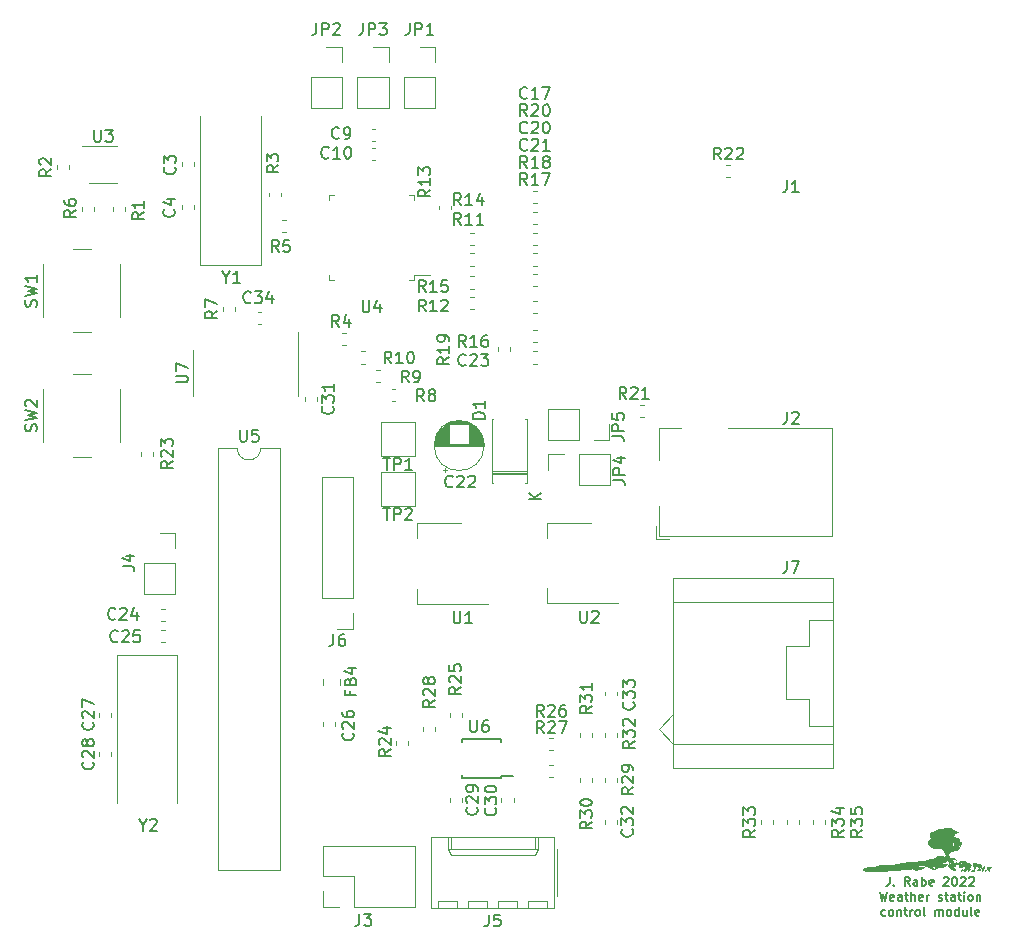
<source format=gto>
G04 #@! TF.GenerationSoftware,KiCad,Pcbnew,(5.1.6)-1*
G04 #@! TF.CreationDate,2022-06-26T18:03:46+10:00*
G04 #@! TF.ProjectId,controller,636f6e74-726f-46c6-9c65-722e6b696361,rev?*
G04 #@! TF.SameCoordinates,Original*
G04 #@! TF.FileFunction,Legend,Top*
G04 #@! TF.FilePolarity,Positive*
%FSLAX46Y46*%
G04 Gerber Fmt 4.6, Leading zero omitted, Abs format (unit mm)*
G04 Created by KiCad (PCBNEW (5.1.6)-1) date 2022-06-26 18:03:46*
%MOMM*%
%LPD*%
G01*
G04 APERTURE LIST*
%ADD10C,0.150000*%
%ADD11C,0.010000*%
%ADD12C,0.120000*%
G04 APERTURE END LIST*
D10*
X169953571Y-117614285D02*
X169953571Y-118150000D01*
X169917857Y-118257142D01*
X169846428Y-118328571D01*
X169739285Y-118364285D01*
X169667857Y-118364285D01*
X170310714Y-118292857D02*
X170346428Y-118328571D01*
X170310714Y-118364285D01*
X170275000Y-118328571D01*
X170310714Y-118292857D01*
X170310714Y-118364285D01*
X171667857Y-118364285D02*
X171417857Y-118007142D01*
X171239285Y-118364285D02*
X171239285Y-117614285D01*
X171525000Y-117614285D01*
X171596428Y-117650000D01*
X171632142Y-117685714D01*
X171667857Y-117757142D01*
X171667857Y-117864285D01*
X171632142Y-117935714D01*
X171596428Y-117971428D01*
X171525000Y-118007142D01*
X171239285Y-118007142D01*
X172310714Y-118364285D02*
X172310714Y-117971428D01*
X172275000Y-117900000D01*
X172203571Y-117864285D01*
X172060714Y-117864285D01*
X171989285Y-117900000D01*
X172310714Y-118328571D02*
X172239285Y-118364285D01*
X172060714Y-118364285D01*
X171989285Y-118328571D01*
X171953571Y-118257142D01*
X171953571Y-118185714D01*
X171989285Y-118114285D01*
X172060714Y-118078571D01*
X172239285Y-118078571D01*
X172310714Y-118042857D01*
X172667857Y-118364285D02*
X172667857Y-117614285D01*
X172667857Y-117900000D02*
X172739285Y-117864285D01*
X172882142Y-117864285D01*
X172953571Y-117900000D01*
X172989285Y-117935714D01*
X173025000Y-118007142D01*
X173025000Y-118221428D01*
X172989285Y-118292857D01*
X172953571Y-118328571D01*
X172882142Y-118364285D01*
X172739285Y-118364285D01*
X172667857Y-118328571D01*
X173632142Y-118328571D02*
X173560714Y-118364285D01*
X173417857Y-118364285D01*
X173346428Y-118328571D01*
X173310714Y-118257142D01*
X173310714Y-117971428D01*
X173346428Y-117900000D01*
X173417857Y-117864285D01*
X173560714Y-117864285D01*
X173632142Y-117900000D01*
X173667857Y-117971428D01*
X173667857Y-118042857D01*
X173310714Y-118114285D01*
X174525000Y-117685714D02*
X174560714Y-117650000D01*
X174632142Y-117614285D01*
X174810714Y-117614285D01*
X174882142Y-117650000D01*
X174917857Y-117685714D01*
X174953571Y-117757142D01*
X174953571Y-117828571D01*
X174917857Y-117935714D01*
X174489285Y-118364285D01*
X174953571Y-118364285D01*
X175417857Y-117614285D02*
X175489285Y-117614285D01*
X175560714Y-117650000D01*
X175596428Y-117685714D01*
X175632142Y-117757142D01*
X175667857Y-117900000D01*
X175667857Y-118078571D01*
X175632142Y-118221428D01*
X175596428Y-118292857D01*
X175560714Y-118328571D01*
X175489285Y-118364285D01*
X175417857Y-118364285D01*
X175346428Y-118328571D01*
X175310714Y-118292857D01*
X175275000Y-118221428D01*
X175239285Y-118078571D01*
X175239285Y-117900000D01*
X175275000Y-117757142D01*
X175310714Y-117685714D01*
X175346428Y-117650000D01*
X175417857Y-117614285D01*
X175953571Y-117685714D02*
X175989285Y-117650000D01*
X176060714Y-117614285D01*
X176239285Y-117614285D01*
X176310714Y-117650000D01*
X176346428Y-117685714D01*
X176382142Y-117757142D01*
X176382142Y-117828571D01*
X176346428Y-117935714D01*
X175917857Y-118364285D01*
X176382142Y-118364285D01*
X176667857Y-117685714D02*
X176703571Y-117650000D01*
X176775000Y-117614285D01*
X176953571Y-117614285D01*
X177025000Y-117650000D01*
X177060714Y-117685714D01*
X177096428Y-117757142D01*
X177096428Y-117828571D01*
X177060714Y-117935714D01*
X176632142Y-118364285D01*
X177096428Y-118364285D01*
X169096428Y-118889285D02*
X169275000Y-119639285D01*
X169417857Y-119103571D01*
X169560714Y-119639285D01*
X169739285Y-118889285D01*
X170310714Y-119603571D02*
X170239285Y-119639285D01*
X170096428Y-119639285D01*
X170025000Y-119603571D01*
X169989285Y-119532142D01*
X169989285Y-119246428D01*
X170025000Y-119175000D01*
X170096428Y-119139285D01*
X170239285Y-119139285D01*
X170310714Y-119175000D01*
X170346428Y-119246428D01*
X170346428Y-119317857D01*
X169989285Y-119389285D01*
X170989285Y-119639285D02*
X170989285Y-119246428D01*
X170953571Y-119175000D01*
X170882142Y-119139285D01*
X170739285Y-119139285D01*
X170667857Y-119175000D01*
X170989285Y-119603571D02*
X170917857Y-119639285D01*
X170739285Y-119639285D01*
X170667857Y-119603571D01*
X170632142Y-119532142D01*
X170632142Y-119460714D01*
X170667857Y-119389285D01*
X170739285Y-119353571D01*
X170917857Y-119353571D01*
X170989285Y-119317857D01*
X171239285Y-119139285D02*
X171525000Y-119139285D01*
X171346428Y-118889285D02*
X171346428Y-119532142D01*
X171382142Y-119603571D01*
X171453571Y-119639285D01*
X171525000Y-119639285D01*
X171775000Y-119639285D02*
X171775000Y-118889285D01*
X172096428Y-119639285D02*
X172096428Y-119246428D01*
X172060714Y-119175000D01*
X171989285Y-119139285D01*
X171882142Y-119139285D01*
X171810714Y-119175000D01*
X171775000Y-119210714D01*
X172739285Y-119603571D02*
X172667857Y-119639285D01*
X172525000Y-119639285D01*
X172453571Y-119603571D01*
X172417857Y-119532142D01*
X172417857Y-119246428D01*
X172453571Y-119175000D01*
X172525000Y-119139285D01*
X172667857Y-119139285D01*
X172739285Y-119175000D01*
X172775000Y-119246428D01*
X172775000Y-119317857D01*
X172417857Y-119389285D01*
X173096428Y-119639285D02*
X173096428Y-119139285D01*
X173096428Y-119282142D02*
X173132142Y-119210714D01*
X173167857Y-119175000D01*
X173239285Y-119139285D01*
X173310714Y-119139285D01*
X174096428Y-119603571D02*
X174167857Y-119639285D01*
X174310714Y-119639285D01*
X174382142Y-119603571D01*
X174417857Y-119532142D01*
X174417857Y-119496428D01*
X174382142Y-119425000D01*
X174310714Y-119389285D01*
X174203571Y-119389285D01*
X174132142Y-119353571D01*
X174096428Y-119282142D01*
X174096428Y-119246428D01*
X174132142Y-119175000D01*
X174203571Y-119139285D01*
X174310714Y-119139285D01*
X174382142Y-119175000D01*
X174632142Y-119139285D02*
X174917857Y-119139285D01*
X174739285Y-118889285D02*
X174739285Y-119532142D01*
X174775000Y-119603571D01*
X174846428Y-119639285D01*
X174917857Y-119639285D01*
X175489285Y-119639285D02*
X175489285Y-119246428D01*
X175453571Y-119175000D01*
X175382142Y-119139285D01*
X175239285Y-119139285D01*
X175167857Y-119175000D01*
X175489285Y-119603571D02*
X175417857Y-119639285D01*
X175239285Y-119639285D01*
X175167857Y-119603571D01*
X175132142Y-119532142D01*
X175132142Y-119460714D01*
X175167857Y-119389285D01*
X175239285Y-119353571D01*
X175417857Y-119353571D01*
X175489285Y-119317857D01*
X175739285Y-119139285D02*
X176025000Y-119139285D01*
X175846428Y-118889285D02*
X175846428Y-119532142D01*
X175882142Y-119603571D01*
X175953571Y-119639285D01*
X176025000Y-119639285D01*
X176275000Y-119639285D02*
X176275000Y-119139285D01*
X176275000Y-118889285D02*
X176239285Y-118925000D01*
X176275000Y-118960714D01*
X176310714Y-118925000D01*
X176275000Y-118889285D01*
X176275000Y-118960714D01*
X176739285Y-119639285D02*
X176667857Y-119603571D01*
X176632142Y-119567857D01*
X176596428Y-119496428D01*
X176596428Y-119282142D01*
X176632142Y-119210714D01*
X176667857Y-119175000D01*
X176739285Y-119139285D01*
X176846428Y-119139285D01*
X176917857Y-119175000D01*
X176953571Y-119210714D01*
X176989285Y-119282142D01*
X176989285Y-119496428D01*
X176953571Y-119567857D01*
X176917857Y-119603571D01*
X176846428Y-119639285D01*
X176739285Y-119639285D01*
X177310714Y-119139285D02*
X177310714Y-119639285D01*
X177310714Y-119210714D02*
X177346428Y-119175000D01*
X177417857Y-119139285D01*
X177525000Y-119139285D01*
X177596428Y-119175000D01*
X177632142Y-119246428D01*
X177632142Y-119639285D01*
X169596428Y-120878571D02*
X169525000Y-120914285D01*
X169382142Y-120914285D01*
X169310714Y-120878571D01*
X169275000Y-120842857D01*
X169239285Y-120771428D01*
X169239285Y-120557142D01*
X169275000Y-120485714D01*
X169310714Y-120450000D01*
X169382142Y-120414285D01*
X169525000Y-120414285D01*
X169596428Y-120450000D01*
X170025000Y-120914285D02*
X169953571Y-120878571D01*
X169917857Y-120842857D01*
X169882142Y-120771428D01*
X169882142Y-120557142D01*
X169917857Y-120485714D01*
X169953571Y-120450000D01*
X170025000Y-120414285D01*
X170132142Y-120414285D01*
X170203571Y-120450000D01*
X170239285Y-120485714D01*
X170275000Y-120557142D01*
X170275000Y-120771428D01*
X170239285Y-120842857D01*
X170203571Y-120878571D01*
X170132142Y-120914285D01*
X170025000Y-120914285D01*
X170596428Y-120414285D02*
X170596428Y-120914285D01*
X170596428Y-120485714D02*
X170632142Y-120450000D01*
X170703571Y-120414285D01*
X170810714Y-120414285D01*
X170882142Y-120450000D01*
X170917857Y-120521428D01*
X170917857Y-120914285D01*
X171167857Y-120414285D02*
X171453571Y-120414285D01*
X171275000Y-120164285D02*
X171275000Y-120807142D01*
X171310714Y-120878571D01*
X171382142Y-120914285D01*
X171453571Y-120914285D01*
X171703571Y-120914285D02*
X171703571Y-120414285D01*
X171703571Y-120557142D02*
X171739285Y-120485714D01*
X171775000Y-120450000D01*
X171846428Y-120414285D01*
X171917857Y-120414285D01*
X172275000Y-120914285D02*
X172203571Y-120878571D01*
X172167857Y-120842857D01*
X172132142Y-120771428D01*
X172132142Y-120557142D01*
X172167857Y-120485714D01*
X172203571Y-120450000D01*
X172275000Y-120414285D01*
X172382142Y-120414285D01*
X172453571Y-120450000D01*
X172489285Y-120485714D01*
X172525000Y-120557142D01*
X172525000Y-120771428D01*
X172489285Y-120842857D01*
X172453571Y-120878571D01*
X172382142Y-120914285D01*
X172275000Y-120914285D01*
X172953571Y-120914285D02*
X172882142Y-120878571D01*
X172846428Y-120807142D01*
X172846428Y-120164285D01*
X173810714Y-120914285D02*
X173810714Y-120414285D01*
X173810714Y-120485714D02*
X173846428Y-120450000D01*
X173917857Y-120414285D01*
X174025000Y-120414285D01*
X174096428Y-120450000D01*
X174132142Y-120521428D01*
X174132142Y-120914285D01*
X174132142Y-120521428D02*
X174167857Y-120450000D01*
X174239285Y-120414285D01*
X174346428Y-120414285D01*
X174417857Y-120450000D01*
X174453571Y-120521428D01*
X174453571Y-120914285D01*
X174917857Y-120914285D02*
X174846428Y-120878571D01*
X174810714Y-120842857D01*
X174775000Y-120771428D01*
X174775000Y-120557142D01*
X174810714Y-120485714D01*
X174846428Y-120450000D01*
X174917857Y-120414285D01*
X175025000Y-120414285D01*
X175096428Y-120450000D01*
X175132142Y-120485714D01*
X175167857Y-120557142D01*
X175167857Y-120771428D01*
X175132142Y-120842857D01*
X175096428Y-120878571D01*
X175025000Y-120914285D01*
X174917857Y-120914285D01*
X175810714Y-120914285D02*
X175810714Y-120164285D01*
X175810714Y-120878571D02*
X175739285Y-120914285D01*
X175596428Y-120914285D01*
X175525000Y-120878571D01*
X175489285Y-120842857D01*
X175453571Y-120771428D01*
X175453571Y-120557142D01*
X175489285Y-120485714D01*
X175525000Y-120450000D01*
X175596428Y-120414285D01*
X175739285Y-120414285D01*
X175810714Y-120450000D01*
X176489285Y-120414285D02*
X176489285Y-120914285D01*
X176167857Y-120414285D02*
X176167857Y-120807142D01*
X176203571Y-120878571D01*
X176275000Y-120914285D01*
X176382142Y-120914285D01*
X176453571Y-120878571D01*
X176489285Y-120842857D01*
X176953571Y-120914285D02*
X176882142Y-120878571D01*
X176846428Y-120807142D01*
X176846428Y-120164285D01*
X177525000Y-120878571D02*
X177453571Y-120914285D01*
X177310714Y-120914285D01*
X177239285Y-120878571D01*
X177203571Y-120807142D01*
X177203571Y-120521428D01*
X177239285Y-120450000D01*
X177310714Y-120414285D01*
X177453571Y-120414285D01*
X177525000Y-120450000D01*
X177560714Y-120521428D01*
X177560714Y-120592857D01*
X177203571Y-120664285D01*
D11*
G36*
X175118532Y-113498632D02*
G01*
X175220772Y-113530542D01*
X175224000Y-113540140D01*
X175295304Y-113625881D01*
X175469893Y-113719208D01*
X175499167Y-113730536D01*
X175774333Y-113832305D01*
X175520333Y-113946667D01*
X175373464Y-114023706D01*
X175342280Y-114064562D01*
X175351000Y-114066144D01*
X175366059Y-114105372D01*
X175308667Y-114153333D01*
X175241430Y-114216730D01*
X175324749Y-114243625D01*
X175372167Y-114247286D01*
X175679144Y-114290129D01*
X175832301Y-114376290D01*
X175843639Y-114514784D01*
X175814936Y-114579899D01*
X175769413Y-114695459D01*
X175834529Y-114700554D01*
X175866560Y-114689050D01*
X175954576Y-114677041D01*
X175971236Y-114762996D01*
X175942863Y-114918992D01*
X175838873Y-115214433D01*
X175694531Y-115365462D01*
X175521560Y-115360562D01*
X175503105Y-115351033D01*
X175364106Y-115324664D01*
X175212744Y-115426114D01*
X175169517Y-115470775D01*
X175019292Y-115596453D01*
X174940033Y-115571312D01*
X174939077Y-115569109D01*
X174912828Y-115567393D01*
X174906328Y-115700434D01*
X174907219Y-115724099D01*
X174939671Y-115909718D01*
X175051057Y-115985505D01*
X175175853Y-116002118D01*
X175387650Y-116043019D01*
X175518952Y-116108535D01*
X175546044Y-116162564D01*
X175465397Y-116142244D01*
X175317386Y-116133314D01*
X175269352Y-116227479D01*
X175331728Y-116384110D01*
X175386086Y-116451059D01*
X175494225Y-116602972D01*
X175512267Y-116706384D01*
X175416166Y-116734097D01*
X175278831Y-116671986D01*
X175166913Y-116560745D01*
X175140335Y-116481666D01*
X175224000Y-116481666D01*
X175266333Y-116524000D01*
X175308667Y-116481666D01*
X175266333Y-116439333D01*
X175224000Y-116481666D01*
X175140335Y-116481666D01*
X175139333Y-116478687D01*
X175071108Y-116370203D01*
X175007336Y-116354666D01*
X174917859Y-116316228D01*
X174924051Y-116275850D01*
X174916199Y-116166955D01*
X174895586Y-116149336D01*
X174804759Y-116171103D01*
X174769862Y-116228152D01*
X174653086Y-116334589D01*
X174471920Y-116341599D01*
X174309552Y-116253018D01*
X174255113Y-116217635D01*
X174284615Y-116312315D01*
X174313785Y-116376223D01*
X174424735Y-116536339D01*
X174576684Y-116565362D01*
X174631333Y-116555853D01*
X174843000Y-116510629D01*
X174631333Y-116682489D01*
X174383783Y-116807956D01*
X174228067Y-116806720D01*
X174016284Y-116815325D01*
X173894315Y-116874378D01*
X173806780Y-116927877D01*
X173810261Y-116892705D01*
X173795666Y-116787118D01*
X173729729Y-116742545D01*
X173681541Y-116735666D01*
X174377333Y-116735666D01*
X174419667Y-116778000D01*
X174462000Y-116735666D01*
X174419667Y-116693333D01*
X174377333Y-116735666D01*
X173681541Y-116735666D01*
X173581522Y-116721388D01*
X173536273Y-116777246D01*
X173617785Y-116865973D01*
X173693966Y-116929391D01*
X173612523Y-116945877D01*
X173600214Y-116946036D01*
X173428237Y-116890529D01*
X173322869Y-116812107D01*
X173151917Y-116723173D01*
X173014300Y-116690643D01*
X173959095Y-116690643D01*
X174026182Y-116650701D01*
X174051371Y-116630567D01*
X174190191Y-116571304D01*
X174255332Y-116588234D01*
X174277717Y-116587309D01*
X174237744Y-116524000D01*
X174128155Y-116341924D01*
X174094527Y-116270000D01*
X174059131Y-116217552D01*
X174059878Y-116312333D01*
X174036770Y-116518639D01*
X173999134Y-116608666D01*
X173959095Y-116690643D01*
X173014300Y-116690643D01*
X172860508Y-116654290D01*
X172660654Y-116629289D01*
X172377635Y-116607140D01*
X172233972Y-116610606D01*
X172200749Y-116646385D01*
X172249047Y-116721177D01*
X172251453Y-116724093D01*
X172427677Y-116824604D01*
X172536637Y-116813360D01*
X172661791Y-116803658D01*
X172668662Y-116866345D01*
X172567004Y-116945085D01*
X172371605Y-116995512D01*
X172156840Y-117008901D01*
X171997087Y-116976530D01*
X171965273Y-116948853D01*
X171904618Y-116927091D01*
X172128055Y-116927091D01*
X172211278Y-116940649D01*
X172321092Y-116925082D01*
X172322403Y-116896180D01*
X172209086Y-116875969D01*
X172160125Y-116889496D01*
X172128055Y-116927091D01*
X171904618Y-116927091D01*
X171851927Y-116908187D01*
X171758660Y-116944125D01*
X171612778Y-116989426D01*
X171554812Y-116975256D01*
X171424270Y-116924453D01*
X171238224Y-116915314D01*
X171091455Y-116949157D01*
X171068811Y-116968497D01*
X170969629Y-116998109D01*
X170736279Y-117025352D01*
X170399625Y-117049497D01*
X169990533Y-117069809D01*
X169539868Y-117085559D01*
X169078496Y-117096012D01*
X168637281Y-117100439D01*
X168247089Y-117098106D01*
X167938785Y-117088282D01*
X167743234Y-117070234D01*
X167688667Y-117048654D01*
X167726908Y-116946812D01*
X167862033Y-116876196D01*
X168124647Y-116823822D01*
X168259195Y-116806591D01*
X168603304Y-116753946D01*
X168974121Y-116679749D01*
X169079355Y-116654778D01*
X169186684Y-116636888D01*
X170934222Y-116636888D01*
X170945844Y-116687223D01*
X170990667Y-116693333D01*
X171060357Y-116662355D01*
X171047111Y-116636888D01*
X171272889Y-116636888D01*
X171284511Y-116687223D01*
X171329333Y-116693333D01*
X171399023Y-116662355D01*
X171385778Y-116636888D01*
X171285298Y-116626755D01*
X171272889Y-116636888D01*
X171047111Y-116636888D01*
X170946631Y-116626755D01*
X170934222Y-116636888D01*
X169186684Y-116636888D01*
X169427256Y-116596789D01*
X169795168Y-116577697D01*
X169902825Y-116582301D01*
X170224458Y-116578186D01*
X170598281Y-116532366D01*
X170798136Y-116490575D01*
X170844062Y-116481666D01*
X173107333Y-116481666D01*
X173149667Y-116524000D01*
X173169909Y-116503757D01*
X173313388Y-116503757D01*
X173396611Y-116517315D01*
X173506425Y-116501749D01*
X173507335Y-116481666D01*
X173700000Y-116481666D01*
X173742333Y-116524000D01*
X173784667Y-116481666D01*
X173742333Y-116439333D01*
X173700000Y-116481666D01*
X173507335Y-116481666D01*
X173507736Y-116472847D01*
X173394419Y-116452635D01*
X173345458Y-116466163D01*
X173313388Y-116503757D01*
X173169909Y-116503757D01*
X173192000Y-116481666D01*
X173149667Y-116439333D01*
X173107333Y-116481666D01*
X170844062Y-116481666D01*
X171103589Y-116431322D01*
X171510550Y-116376709D01*
X171951238Y-116335151D01*
X172152903Y-116322409D01*
X172535537Y-116295194D01*
X172867673Y-116257699D01*
X173104270Y-116215733D01*
X173184503Y-116189345D01*
X173405176Y-116117409D01*
X173557067Y-116100666D01*
X173763977Y-116048416D01*
X173875281Y-115966499D01*
X173999338Y-115882266D01*
X174202896Y-115869409D01*
X174351315Y-115887020D01*
X174578900Y-115912714D01*
X174685349Y-115889381D01*
X174715256Y-115802725D01*
X174716000Y-115770106D01*
X174659318Y-115601283D01*
X174518964Y-115399507D01*
X174477950Y-115354983D01*
X174358012Y-115254000D01*
X175054667Y-115254000D01*
X175085645Y-115323690D01*
X175111111Y-115310444D01*
X175121244Y-115209964D01*
X175111111Y-115197555D01*
X175060777Y-115209177D01*
X175054667Y-115254000D01*
X174358012Y-115254000D01*
X174287962Y-115195022D01*
X174132362Y-115159358D01*
X174061824Y-115177336D01*
X173768627Y-115203574D01*
X173486469Y-115093346D01*
X173436996Y-115042333D01*
X173954000Y-115042333D01*
X173996333Y-115084666D01*
X174038667Y-115042333D01*
X174885333Y-115042333D01*
X174927667Y-115084666D01*
X174970000Y-115042333D01*
X174927667Y-115000000D01*
X174885333Y-115042333D01*
X174038667Y-115042333D01*
X173996333Y-115000000D01*
X173954000Y-115042333D01*
X173436996Y-115042333D01*
X173295313Y-114896241D01*
X173239897Y-114788333D01*
X173530667Y-114788333D01*
X173573000Y-114830666D01*
X174038667Y-114830666D01*
X174069645Y-114900356D01*
X174095111Y-114887111D01*
X174105244Y-114786631D01*
X174095111Y-114774222D01*
X174044777Y-114785844D01*
X174038667Y-114830666D01*
X173573000Y-114830666D01*
X173615333Y-114788333D01*
X173573000Y-114746000D01*
X173530667Y-114788333D01*
X173239897Y-114788333D01*
X173208550Y-114727296D01*
X173219191Y-114643093D01*
X175186140Y-114643093D01*
X175202023Y-114691371D01*
X175263483Y-114858716D01*
X175275620Y-114936500D01*
X175295346Y-115106935D01*
X175327935Y-115164851D01*
X175354430Y-115169333D01*
X175378955Y-115094520D01*
X175383777Y-114908135D01*
X175380730Y-114839476D01*
X175347245Y-114616951D01*
X175278105Y-114546345D01*
X175250786Y-114552014D01*
X175186140Y-114643093D01*
X173219191Y-114643093D01*
X173223118Y-114612029D01*
X173284902Y-114534333D01*
X174208000Y-114534333D01*
X174250333Y-114576666D01*
X174292667Y-114534333D01*
X174288355Y-114530021D01*
X175533703Y-114530021D01*
X175537461Y-114615930D01*
X175609312Y-114605629D01*
X175718643Y-114522270D01*
X175732000Y-114482941D01*
X175685625Y-114409562D01*
X175592706Y-114443224D01*
X175533703Y-114530021D01*
X174288355Y-114530021D01*
X174250333Y-114492000D01*
X174208000Y-114534333D01*
X173284902Y-114534333D01*
X173315427Y-114495947D01*
X173420931Y-114332437D01*
X173403401Y-114195666D01*
X174546667Y-114195666D01*
X174589000Y-114238000D01*
X174631333Y-114195666D01*
X174589000Y-114153333D01*
X174546667Y-114195666D01*
X173403401Y-114195666D01*
X173399274Y-114163467D01*
X173378945Y-114115843D01*
X173332189Y-113978019D01*
X173378324Y-113896069D01*
X173472125Y-113857000D01*
X175478000Y-113857000D01*
X175520333Y-113899333D01*
X175562667Y-113857000D01*
X175520333Y-113814666D01*
X175478000Y-113857000D01*
X173472125Y-113857000D01*
X173549736Y-113824675D01*
X173598345Y-113808819D01*
X173827164Y-113724085D01*
X173990095Y-113644360D01*
X174007750Y-113632024D01*
X174081574Y-113603000D01*
X174885333Y-113603000D01*
X174927667Y-113645333D01*
X174970000Y-113603000D01*
X174927667Y-113560666D01*
X174885333Y-113603000D01*
X174081574Y-113603000D01*
X174142872Y-113578901D01*
X174371605Y-113535216D01*
X174643855Y-113504753D01*
X174909528Y-113491297D01*
X175118532Y-113498632D01*
G37*
X175118532Y-113498632D02*
X175220772Y-113530542D01*
X175224000Y-113540140D01*
X175295304Y-113625881D01*
X175469893Y-113719208D01*
X175499167Y-113730536D01*
X175774333Y-113832305D01*
X175520333Y-113946667D01*
X175373464Y-114023706D01*
X175342280Y-114064562D01*
X175351000Y-114066144D01*
X175366059Y-114105372D01*
X175308667Y-114153333D01*
X175241430Y-114216730D01*
X175324749Y-114243625D01*
X175372167Y-114247286D01*
X175679144Y-114290129D01*
X175832301Y-114376290D01*
X175843639Y-114514784D01*
X175814936Y-114579899D01*
X175769413Y-114695459D01*
X175834529Y-114700554D01*
X175866560Y-114689050D01*
X175954576Y-114677041D01*
X175971236Y-114762996D01*
X175942863Y-114918992D01*
X175838873Y-115214433D01*
X175694531Y-115365462D01*
X175521560Y-115360562D01*
X175503105Y-115351033D01*
X175364106Y-115324664D01*
X175212744Y-115426114D01*
X175169517Y-115470775D01*
X175019292Y-115596453D01*
X174940033Y-115571312D01*
X174939077Y-115569109D01*
X174912828Y-115567393D01*
X174906328Y-115700434D01*
X174907219Y-115724099D01*
X174939671Y-115909718D01*
X175051057Y-115985505D01*
X175175853Y-116002118D01*
X175387650Y-116043019D01*
X175518952Y-116108535D01*
X175546044Y-116162564D01*
X175465397Y-116142244D01*
X175317386Y-116133314D01*
X175269352Y-116227479D01*
X175331728Y-116384110D01*
X175386086Y-116451059D01*
X175494225Y-116602972D01*
X175512267Y-116706384D01*
X175416166Y-116734097D01*
X175278831Y-116671986D01*
X175166913Y-116560745D01*
X175140335Y-116481666D01*
X175224000Y-116481666D01*
X175266333Y-116524000D01*
X175308667Y-116481666D01*
X175266333Y-116439333D01*
X175224000Y-116481666D01*
X175140335Y-116481666D01*
X175139333Y-116478687D01*
X175071108Y-116370203D01*
X175007336Y-116354666D01*
X174917859Y-116316228D01*
X174924051Y-116275850D01*
X174916199Y-116166955D01*
X174895586Y-116149336D01*
X174804759Y-116171103D01*
X174769862Y-116228152D01*
X174653086Y-116334589D01*
X174471920Y-116341599D01*
X174309552Y-116253018D01*
X174255113Y-116217635D01*
X174284615Y-116312315D01*
X174313785Y-116376223D01*
X174424735Y-116536339D01*
X174576684Y-116565362D01*
X174631333Y-116555853D01*
X174843000Y-116510629D01*
X174631333Y-116682489D01*
X174383783Y-116807956D01*
X174228067Y-116806720D01*
X174016284Y-116815325D01*
X173894315Y-116874378D01*
X173806780Y-116927877D01*
X173810261Y-116892705D01*
X173795666Y-116787118D01*
X173729729Y-116742545D01*
X173681541Y-116735666D01*
X174377333Y-116735666D01*
X174419667Y-116778000D01*
X174462000Y-116735666D01*
X174419667Y-116693333D01*
X174377333Y-116735666D01*
X173681541Y-116735666D01*
X173581522Y-116721388D01*
X173536273Y-116777246D01*
X173617785Y-116865973D01*
X173693966Y-116929391D01*
X173612523Y-116945877D01*
X173600214Y-116946036D01*
X173428237Y-116890529D01*
X173322869Y-116812107D01*
X173151917Y-116723173D01*
X173014300Y-116690643D01*
X173959095Y-116690643D01*
X174026182Y-116650701D01*
X174051371Y-116630567D01*
X174190191Y-116571304D01*
X174255332Y-116588234D01*
X174277717Y-116587309D01*
X174237744Y-116524000D01*
X174128155Y-116341924D01*
X174094527Y-116270000D01*
X174059131Y-116217552D01*
X174059878Y-116312333D01*
X174036770Y-116518639D01*
X173999134Y-116608666D01*
X173959095Y-116690643D01*
X173014300Y-116690643D01*
X172860508Y-116654290D01*
X172660654Y-116629289D01*
X172377635Y-116607140D01*
X172233972Y-116610606D01*
X172200749Y-116646385D01*
X172249047Y-116721177D01*
X172251453Y-116724093D01*
X172427677Y-116824604D01*
X172536637Y-116813360D01*
X172661791Y-116803658D01*
X172668662Y-116866345D01*
X172567004Y-116945085D01*
X172371605Y-116995512D01*
X172156840Y-117008901D01*
X171997087Y-116976530D01*
X171965273Y-116948853D01*
X171904618Y-116927091D01*
X172128055Y-116927091D01*
X172211278Y-116940649D01*
X172321092Y-116925082D01*
X172322403Y-116896180D01*
X172209086Y-116875969D01*
X172160125Y-116889496D01*
X172128055Y-116927091D01*
X171904618Y-116927091D01*
X171851927Y-116908187D01*
X171758660Y-116944125D01*
X171612778Y-116989426D01*
X171554812Y-116975256D01*
X171424270Y-116924453D01*
X171238224Y-116915314D01*
X171091455Y-116949157D01*
X171068811Y-116968497D01*
X170969629Y-116998109D01*
X170736279Y-117025352D01*
X170399625Y-117049497D01*
X169990533Y-117069809D01*
X169539868Y-117085559D01*
X169078496Y-117096012D01*
X168637281Y-117100439D01*
X168247089Y-117098106D01*
X167938785Y-117088282D01*
X167743234Y-117070234D01*
X167688667Y-117048654D01*
X167726908Y-116946812D01*
X167862033Y-116876196D01*
X168124647Y-116823822D01*
X168259195Y-116806591D01*
X168603304Y-116753946D01*
X168974121Y-116679749D01*
X169079355Y-116654778D01*
X169186684Y-116636888D01*
X170934222Y-116636888D01*
X170945844Y-116687223D01*
X170990667Y-116693333D01*
X171060357Y-116662355D01*
X171047111Y-116636888D01*
X171272889Y-116636888D01*
X171284511Y-116687223D01*
X171329333Y-116693333D01*
X171399023Y-116662355D01*
X171385778Y-116636888D01*
X171285298Y-116626755D01*
X171272889Y-116636888D01*
X171047111Y-116636888D01*
X170946631Y-116626755D01*
X170934222Y-116636888D01*
X169186684Y-116636888D01*
X169427256Y-116596789D01*
X169795168Y-116577697D01*
X169902825Y-116582301D01*
X170224458Y-116578186D01*
X170598281Y-116532366D01*
X170798136Y-116490575D01*
X170844062Y-116481666D01*
X173107333Y-116481666D01*
X173149667Y-116524000D01*
X173169909Y-116503757D01*
X173313388Y-116503757D01*
X173396611Y-116517315D01*
X173506425Y-116501749D01*
X173507335Y-116481666D01*
X173700000Y-116481666D01*
X173742333Y-116524000D01*
X173784667Y-116481666D01*
X173742333Y-116439333D01*
X173700000Y-116481666D01*
X173507335Y-116481666D01*
X173507736Y-116472847D01*
X173394419Y-116452635D01*
X173345458Y-116466163D01*
X173313388Y-116503757D01*
X173169909Y-116503757D01*
X173192000Y-116481666D01*
X173149667Y-116439333D01*
X173107333Y-116481666D01*
X170844062Y-116481666D01*
X171103589Y-116431322D01*
X171510550Y-116376709D01*
X171951238Y-116335151D01*
X172152903Y-116322409D01*
X172535537Y-116295194D01*
X172867673Y-116257699D01*
X173104270Y-116215733D01*
X173184503Y-116189345D01*
X173405176Y-116117409D01*
X173557067Y-116100666D01*
X173763977Y-116048416D01*
X173875281Y-115966499D01*
X173999338Y-115882266D01*
X174202896Y-115869409D01*
X174351315Y-115887020D01*
X174578900Y-115912714D01*
X174685349Y-115889381D01*
X174715256Y-115802725D01*
X174716000Y-115770106D01*
X174659318Y-115601283D01*
X174518964Y-115399507D01*
X174477950Y-115354983D01*
X174358012Y-115254000D01*
X175054667Y-115254000D01*
X175085645Y-115323690D01*
X175111111Y-115310444D01*
X175121244Y-115209964D01*
X175111111Y-115197555D01*
X175060777Y-115209177D01*
X175054667Y-115254000D01*
X174358012Y-115254000D01*
X174287962Y-115195022D01*
X174132362Y-115159358D01*
X174061824Y-115177336D01*
X173768627Y-115203574D01*
X173486469Y-115093346D01*
X173436996Y-115042333D01*
X173954000Y-115042333D01*
X173996333Y-115084666D01*
X174038667Y-115042333D01*
X174885333Y-115042333D01*
X174927667Y-115084666D01*
X174970000Y-115042333D01*
X174927667Y-115000000D01*
X174885333Y-115042333D01*
X174038667Y-115042333D01*
X173996333Y-115000000D01*
X173954000Y-115042333D01*
X173436996Y-115042333D01*
X173295313Y-114896241D01*
X173239897Y-114788333D01*
X173530667Y-114788333D01*
X173573000Y-114830666D01*
X174038667Y-114830666D01*
X174069645Y-114900356D01*
X174095111Y-114887111D01*
X174105244Y-114786631D01*
X174095111Y-114774222D01*
X174044777Y-114785844D01*
X174038667Y-114830666D01*
X173573000Y-114830666D01*
X173615333Y-114788333D01*
X173573000Y-114746000D01*
X173530667Y-114788333D01*
X173239897Y-114788333D01*
X173208550Y-114727296D01*
X173219191Y-114643093D01*
X175186140Y-114643093D01*
X175202023Y-114691371D01*
X175263483Y-114858716D01*
X175275620Y-114936500D01*
X175295346Y-115106935D01*
X175327935Y-115164851D01*
X175354430Y-115169333D01*
X175378955Y-115094520D01*
X175383777Y-114908135D01*
X175380730Y-114839476D01*
X175347245Y-114616951D01*
X175278105Y-114546345D01*
X175250786Y-114552014D01*
X175186140Y-114643093D01*
X173219191Y-114643093D01*
X173223118Y-114612029D01*
X173284902Y-114534333D01*
X174208000Y-114534333D01*
X174250333Y-114576666D01*
X174292667Y-114534333D01*
X174288355Y-114530021D01*
X175533703Y-114530021D01*
X175537461Y-114615930D01*
X175609312Y-114605629D01*
X175718643Y-114522270D01*
X175732000Y-114482941D01*
X175685625Y-114409562D01*
X175592706Y-114443224D01*
X175533703Y-114530021D01*
X174288355Y-114530021D01*
X174250333Y-114492000D01*
X174208000Y-114534333D01*
X173284902Y-114534333D01*
X173315427Y-114495947D01*
X173420931Y-114332437D01*
X173403401Y-114195666D01*
X174546667Y-114195666D01*
X174589000Y-114238000D01*
X174631333Y-114195666D01*
X174589000Y-114153333D01*
X174546667Y-114195666D01*
X173403401Y-114195666D01*
X173399274Y-114163467D01*
X173378945Y-114115843D01*
X173332189Y-113978019D01*
X173378324Y-113896069D01*
X173472125Y-113857000D01*
X175478000Y-113857000D01*
X175520333Y-113899333D01*
X175562667Y-113857000D01*
X175520333Y-113814666D01*
X175478000Y-113857000D01*
X173472125Y-113857000D01*
X173549736Y-113824675D01*
X173598345Y-113808819D01*
X173827164Y-113724085D01*
X173990095Y-113644360D01*
X174007750Y-113632024D01*
X174081574Y-113603000D01*
X174885333Y-113603000D01*
X174927667Y-113645333D01*
X174970000Y-113603000D01*
X174927667Y-113560666D01*
X174885333Y-113603000D01*
X174081574Y-113603000D01*
X174142872Y-113578901D01*
X174371605Y-113535216D01*
X174643855Y-113504753D01*
X174909528Y-113491297D01*
X175118532Y-113498632D01*
G36*
X175050328Y-116510574D02*
G01*
X175091487Y-116591298D01*
X175203414Y-116737212D01*
X175350932Y-116825360D01*
X175496623Y-116919957D01*
X175495556Y-117007536D01*
X175408938Y-117054752D01*
X175252163Y-116991572D01*
X175184421Y-116949140D01*
X175118832Y-116890888D01*
X175252222Y-116890888D01*
X175263844Y-116941223D01*
X175308667Y-116947333D01*
X175378357Y-116916355D01*
X175365111Y-116890888D01*
X175264631Y-116880755D01*
X175252222Y-116890888D01*
X175118832Y-116890888D01*
X174996154Y-116781935D01*
X174914037Y-116615876D01*
X174956460Y-116491401D01*
X174971445Y-116480773D01*
X175050328Y-116510574D01*
G37*
X175050328Y-116510574D02*
X175091487Y-116591298D01*
X175203414Y-116737212D01*
X175350932Y-116825360D01*
X175496623Y-116919957D01*
X175495556Y-117007536D01*
X175408938Y-117054752D01*
X175252163Y-116991572D01*
X175184421Y-116949140D01*
X175118832Y-116890888D01*
X175252222Y-116890888D01*
X175263844Y-116941223D01*
X175308667Y-116947333D01*
X175378357Y-116916355D01*
X175365111Y-116890888D01*
X175264631Y-116880755D01*
X175252222Y-116890888D01*
X175118832Y-116890888D01*
X174996154Y-116781935D01*
X174914037Y-116615876D01*
X174956460Y-116491401D01*
X174971445Y-116480773D01*
X175050328Y-116510574D01*
G36*
X176126229Y-116999203D02*
G01*
X176113000Y-117032000D01*
X176036918Y-117112770D01*
X176023336Y-117116666D01*
X175986971Y-117051160D01*
X175986000Y-117032000D01*
X176051088Y-116950586D01*
X176075663Y-116947333D01*
X176126229Y-116999203D01*
G37*
X176126229Y-116999203D02*
X176113000Y-117032000D01*
X176036918Y-117112770D01*
X176023336Y-117116666D01*
X175986971Y-117051160D01*
X175986000Y-117032000D01*
X176051088Y-116950586D01*
X176075663Y-116947333D01*
X176126229Y-116999203D01*
G36*
X176332204Y-116320497D02*
G01*
X176367000Y-116354666D01*
X176486771Y-116426531D01*
X176578667Y-116439333D01*
X176753632Y-116491252D01*
X176807104Y-116616883D01*
X176756023Y-116725998D01*
X176702169Y-116845296D01*
X176714879Y-116885990D01*
X176723955Y-116991340D01*
X176703561Y-117035406D01*
X176627416Y-117084744D01*
X176561637Y-117019872D01*
X176483645Y-116951195D01*
X176438165Y-117010833D01*
X176354351Y-117107706D01*
X176275743Y-117095240D01*
X176272289Y-116985352D01*
X176273275Y-116982741D01*
X176318050Y-116849334D01*
X176324667Y-116816065D01*
X176389721Y-116801716D01*
X176430500Y-116809114D01*
X176489681Y-116812415D01*
X176472306Y-116799225D01*
X176446704Y-116709435D01*
X176460458Y-116679108D01*
X176433155Y-116654187D01*
X176297917Y-116703576D01*
X176270485Y-116717056D01*
X176025492Y-116799954D01*
X175866643Y-116767882D01*
X175816667Y-116643944D01*
X175746145Y-116546691D01*
X175647333Y-116524000D01*
X175587766Y-116510077D01*
X175823645Y-116510077D01*
X175867526Y-116507475D01*
X175919788Y-116491757D01*
X176071114Y-116498181D01*
X176123370Y-116540779D01*
X176129326Y-116595242D01*
X176089599Y-116578033D01*
X175971906Y-116578703D01*
X175944520Y-116607285D01*
X175969485Y-116675134D01*
X176065670Y-116693333D01*
X176205647Y-116643834D01*
X176240000Y-116571330D01*
X176181331Y-116419777D01*
X176033864Y-116392366D01*
X175923170Y-116441143D01*
X175823645Y-116510077D01*
X175587766Y-116510077D01*
X175509702Y-116491831D01*
X175478000Y-116447259D01*
X175544950Y-116402404D01*
X175637778Y-116412302D01*
X175795637Y-116406124D01*
X175854441Y-116362042D01*
X175980646Y-116288744D01*
X176170848Y-116274450D01*
X176332204Y-116320497D01*
G37*
X176332204Y-116320497D02*
X176367000Y-116354666D01*
X176486771Y-116426531D01*
X176578667Y-116439333D01*
X176753632Y-116491252D01*
X176807104Y-116616883D01*
X176756023Y-116725998D01*
X176702169Y-116845296D01*
X176714879Y-116885990D01*
X176723955Y-116991340D01*
X176703561Y-117035406D01*
X176627416Y-117084744D01*
X176561637Y-117019872D01*
X176483645Y-116951195D01*
X176438165Y-117010833D01*
X176354351Y-117107706D01*
X176275743Y-117095240D01*
X176272289Y-116985352D01*
X176273275Y-116982741D01*
X176318050Y-116849334D01*
X176324667Y-116816065D01*
X176389721Y-116801716D01*
X176430500Y-116809114D01*
X176489681Y-116812415D01*
X176472306Y-116799225D01*
X176446704Y-116709435D01*
X176460458Y-116679108D01*
X176433155Y-116654187D01*
X176297917Y-116703576D01*
X176270485Y-116717056D01*
X176025492Y-116799954D01*
X175866643Y-116767882D01*
X175816667Y-116643944D01*
X175746145Y-116546691D01*
X175647333Y-116524000D01*
X175587766Y-116510077D01*
X175823645Y-116510077D01*
X175867526Y-116507475D01*
X175919788Y-116491757D01*
X176071114Y-116498181D01*
X176123370Y-116540779D01*
X176129326Y-116595242D01*
X176089599Y-116578033D01*
X175971906Y-116578703D01*
X175944520Y-116607285D01*
X175969485Y-116675134D01*
X176065670Y-116693333D01*
X176205647Y-116643834D01*
X176240000Y-116571330D01*
X176181331Y-116419777D01*
X176033864Y-116392366D01*
X175923170Y-116441143D01*
X175823645Y-116510077D01*
X175587766Y-116510077D01*
X175509702Y-116491831D01*
X175478000Y-116447259D01*
X175544950Y-116402404D01*
X175637778Y-116412302D01*
X175795637Y-116406124D01*
X175854441Y-116362042D01*
X175980646Y-116288744D01*
X176170848Y-116274450D01*
X176332204Y-116320497D01*
G36*
X177107833Y-117060593D02*
G01*
X177118469Y-117091496D01*
X177002000Y-117103298D01*
X176881804Y-117089992D01*
X176896167Y-117060593D01*
X177069509Y-117049410D01*
X177107833Y-117060593D01*
G37*
X177107833Y-117060593D02*
X177118469Y-117091496D01*
X177002000Y-117103298D01*
X176881804Y-117089992D01*
X176896167Y-117060593D01*
X177069509Y-117049410D01*
X177107833Y-117060593D01*
G36*
X177191484Y-116481303D02*
G01*
X177425293Y-116537491D01*
X177558477Y-116554943D01*
X177678276Y-116590103D01*
X177701025Y-116706780D01*
X177683601Y-116812537D01*
X177595812Y-117009232D01*
X177482232Y-117080906D01*
X177381477Y-117076651D01*
X177423249Y-116992338D01*
X177433171Y-116980222D01*
X177483890Y-116864103D01*
X177394175Y-116753885D01*
X177374396Y-116738959D01*
X177247774Y-116668776D01*
X177182592Y-116733342D01*
X177158606Y-116805105D01*
X177111926Y-116915163D01*
X177088814Y-116905000D01*
X177062773Y-116760125D01*
X177042766Y-116651000D01*
X177340667Y-116651000D01*
X177383000Y-116693333D01*
X177425333Y-116651000D01*
X177383000Y-116608666D01*
X177340667Y-116651000D01*
X177042766Y-116651000D01*
X177037025Y-116619692D01*
X177029949Y-116477268D01*
X177115823Y-116459572D01*
X177191484Y-116481303D01*
G37*
X177191484Y-116481303D02*
X177425293Y-116537491D01*
X177558477Y-116554943D01*
X177678276Y-116590103D01*
X177701025Y-116706780D01*
X177683601Y-116812537D01*
X177595812Y-117009232D01*
X177482232Y-117080906D01*
X177381477Y-117076651D01*
X177423249Y-116992338D01*
X177433171Y-116980222D01*
X177483890Y-116864103D01*
X177394175Y-116753885D01*
X177374396Y-116738959D01*
X177247774Y-116668776D01*
X177182592Y-116733342D01*
X177158606Y-116805105D01*
X177111926Y-116915163D01*
X177088814Y-116905000D01*
X177062773Y-116760125D01*
X177042766Y-116651000D01*
X177340667Y-116651000D01*
X177383000Y-116693333D01*
X177425333Y-116651000D01*
X177383000Y-116608666D01*
X177340667Y-116651000D01*
X177042766Y-116651000D01*
X177037025Y-116619692D01*
X177029949Y-116477268D01*
X177115823Y-116459572D01*
X177191484Y-116481303D01*
G36*
X177922442Y-116835039D02*
G01*
X177870884Y-116989281D01*
X177792786Y-117102649D01*
X177760109Y-117116666D01*
X177734242Y-117051934D01*
X177779568Y-116904642D01*
X177860499Y-116762900D01*
X177912484Y-116728928D01*
X177922442Y-116835039D01*
G37*
X177922442Y-116835039D02*
X177870884Y-116989281D01*
X177792786Y-117102649D01*
X177760109Y-117116666D01*
X177734242Y-117051934D01*
X177779568Y-116904642D01*
X177860499Y-116762900D01*
X177912484Y-116728928D01*
X177922442Y-116835039D01*
G36*
X178102667Y-117074333D02*
G01*
X178060333Y-117116666D01*
X178018000Y-117074333D01*
X178060333Y-117032000D01*
X178102667Y-117074333D01*
G37*
X178102667Y-117074333D02*
X178060333Y-117116666D01*
X178018000Y-117074333D01*
X178060333Y-117032000D01*
X178102667Y-117074333D01*
G36*
X178245243Y-116750455D02*
G01*
X178245847Y-116752077D01*
X178343983Y-116816232D01*
X178425637Y-116807590D01*
X178514901Y-116788322D01*
X178454334Y-116843298D01*
X178451653Y-116845213D01*
X178379927Y-116962528D01*
X178393150Y-117022533D01*
X178384034Y-117106542D01*
X178340497Y-117116606D01*
X178255832Y-117042984D01*
X178219211Y-116883773D01*
X178222579Y-116749786D01*
X178245243Y-116750455D01*
G37*
X178245243Y-116750455D02*
X178245847Y-116752077D01*
X178343983Y-116816232D01*
X178425637Y-116807590D01*
X178514901Y-116788322D01*
X178454334Y-116843298D01*
X178451653Y-116845213D01*
X178379927Y-116962528D01*
X178393150Y-117022533D01*
X178384034Y-117106542D01*
X178340497Y-117116606D01*
X178255832Y-117042984D01*
X178219211Y-116883773D01*
X178222579Y-116749786D01*
X178245243Y-116750455D01*
G36*
X172853333Y-116820333D02*
G01*
X172811000Y-116862666D01*
X172768667Y-116820333D01*
X172811000Y-116778000D01*
X172853333Y-116820333D01*
G37*
X172853333Y-116820333D02*
X172811000Y-116862666D01*
X172768667Y-116820333D01*
X172811000Y-116778000D01*
X172853333Y-116820333D01*
D12*
X150200000Y-87950000D02*
X150200000Y-89000000D01*
X151250000Y-89000000D02*
X150200000Y-89000000D01*
X156300000Y-79600000D02*
X165100000Y-79600000D01*
X165100000Y-79600000D02*
X165100000Y-88800000D01*
X150400000Y-82300000D02*
X150400000Y-79600000D01*
X150400000Y-79600000D02*
X152300000Y-79600000D01*
X165100000Y-88800000D02*
X150400000Y-88800000D01*
X150400000Y-88800000D02*
X150400000Y-86200000D01*
X104550000Y-98800000D02*
X104550000Y-111400000D01*
X109650000Y-98800000D02*
X104550000Y-98800000D01*
X109650000Y-111400000D02*
X109650000Y-98800000D01*
X116700000Y-65800000D02*
X116700000Y-53200000D01*
X111600000Y-65800000D02*
X116700000Y-65800000D01*
X111600000Y-53200000D02*
X111600000Y-65800000D01*
X110965000Y-74950000D02*
X110965000Y-76900000D01*
X110965000Y-74950000D02*
X110965000Y-73000000D01*
X119835000Y-74950000D02*
X119835000Y-76900000D01*
X119835000Y-74950000D02*
X119835000Y-71500000D01*
D10*
X137025000Y-109100000D02*
X138100000Y-109100000D01*
X137025000Y-105975000D02*
X133775000Y-105975000D01*
X137025000Y-109225000D02*
X133775000Y-109225000D01*
X137025000Y-105975000D02*
X137025000Y-106200000D01*
X133775000Y-105975000D02*
X133775000Y-106200000D01*
X133775000Y-109225000D02*
X133775000Y-109000000D01*
X137025000Y-109225000D02*
X137025000Y-109100000D01*
D12*
X118360000Y-81320000D02*
X116710000Y-81320000D01*
X118360000Y-117000000D02*
X118360000Y-81320000D01*
X113060000Y-117000000D02*
X118360000Y-117000000D01*
X113060000Y-81320000D02*
X113060000Y-117000000D01*
X114710000Y-81320000D02*
X113060000Y-81320000D01*
X116710000Y-81320000D02*
G75*
G02*
X114710000Y-81320000I-1000000J0D01*
G01*
X129710000Y-66660000D02*
X131000000Y-66660000D01*
X129710000Y-67110000D02*
X129710000Y-66660000D01*
X129260000Y-67110000D02*
X129710000Y-67110000D01*
X122490000Y-67110000D02*
X122490000Y-66660000D01*
X122940000Y-67110000D02*
X122490000Y-67110000D01*
X129710000Y-59890000D02*
X129710000Y-60340000D01*
X129260000Y-59890000D02*
X129710000Y-59890000D01*
X122490000Y-59890000D02*
X122490000Y-60340000D01*
X122940000Y-59890000D02*
X122490000Y-59890000D01*
X102150000Y-58850000D02*
X104550000Y-58850000D01*
X104550000Y-55750000D02*
X101600000Y-55750000D01*
X146950000Y-94460000D02*
X140940000Y-94460000D01*
X144700000Y-87640000D02*
X140940000Y-87640000D01*
X140940000Y-94460000D02*
X140940000Y-93200000D01*
X140940000Y-87640000D02*
X140940000Y-88900000D01*
X135950000Y-94510000D02*
X129940000Y-94510000D01*
X133700000Y-87690000D02*
X129940000Y-87690000D01*
X129940000Y-94510000D02*
X129940000Y-93250000D01*
X129940000Y-87690000D02*
X129940000Y-88950000D01*
X129800000Y-86250000D02*
X126900000Y-86250000D01*
X126900000Y-86250000D02*
X126900000Y-83350000D01*
X126900000Y-83350000D02*
X129800000Y-83350000D01*
X129800000Y-83350000D02*
X129800000Y-86250000D01*
X129800000Y-82000000D02*
X126900000Y-82000000D01*
X126900000Y-82000000D02*
X126900000Y-79100000D01*
X126900000Y-79100000D02*
X129800000Y-79100000D01*
X129800000Y-79100000D02*
X129800000Y-82000000D01*
X104800000Y-80800000D02*
X104800000Y-76300000D01*
X100800000Y-82050000D02*
X102300000Y-82050000D01*
X98300000Y-76300000D02*
X98300000Y-80800000D01*
X102300000Y-75050000D02*
X100800000Y-75050000D01*
X104800000Y-70250000D02*
X104800000Y-65750000D01*
X100800000Y-71500000D02*
X102300000Y-71500000D01*
X98300000Y-65750000D02*
X98300000Y-70250000D01*
X102300000Y-64500000D02*
X100800000Y-64500000D01*
X164460000Y-113162779D02*
X164460000Y-112837221D01*
X163440000Y-113162779D02*
X163440000Y-112837221D01*
X162310000Y-113162779D02*
X162310000Y-112837221D01*
X161290000Y-113162779D02*
X161290000Y-112837221D01*
X160060000Y-113162779D02*
X160060000Y-112837221D01*
X159040000Y-113162779D02*
X159040000Y-112837221D01*
X146860000Y-105762779D02*
X146860000Y-105437221D01*
X145840000Y-105762779D02*
X145840000Y-105437221D01*
X143740000Y-105437221D02*
X143740000Y-105762779D01*
X144760000Y-105437221D02*
X144760000Y-105762779D01*
X144760000Y-109562779D02*
X144760000Y-109237221D01*
X143740000Y-109562779D02*
X143740000Y-109237221D01*
X145840000Y-109237221D02*
X145840000Y-109562779D01*
X146860000Y-109237221D02*
X146860000Y-109562779D01*
X130440000Y-104937221D02*
X130440000Y-105262779D01*
X131460000Y-104937221D02*
X131460000Y-105262779D01*
X141462779Y-108140000D02*
X141137221Y-108140000D01*
X141462779Y-109160000D02*
X141137221Y-109160000D01*
X141462779Y-105890000D02*
X141137221Y-105890000D01*
X141462779Y-106910000D02*
X141137221Y-106910000D01*
X132690000Y-103737221D02*
X132690000Y-104062779D01*
X133710000Y-103737221D02*
X133710000Y-104062779D01*
X128190000Y-106124721D02*
X128190000Y-106450279D01*
X129210000Y-106124721D02*
X129210000Y-106450279D01*
X106590000Y-81637221D02*
X106590000Y-81962779D01*
X107610000Y-81637221D02*
X107610000Y-81962779D01*
X156137221Y-58360000D02*
X156462779Y-58360000D01*
X156137221Y-57340000D02*
X156462779Y-57340000D01*
X149162779Y-77690000D02*
X148837221Y-77690000D01*
X149162779Y-78710000D02*
X148837221Y-78710000D01*
X139737221Y-62360000D02*
X140062779Y-62360000D01*
X139737221Y-61340000D02*
X140062779Y-61340000D01*
X137810000Y-73062779D02*
X137810000Y-72737221D01*
X136790000Y-73062779D02*
X136790000Y-72737221D01*
X139737221Y-67610000D02*
X140062779Y-67610000D01*
X139737221Y-66590000D02*
X140062779Y-66590000D01*
X139737221Y-69910000D02*
X140062779Y-69910000D01*
X139737221Y-68890000D02*
X140062779Y-68890000D01*
X139737221Y-72360000D02*
X140062779Y-72360000D01*
X139737221Y-71340000D02*
X140062779Y-71340000D01*
X134437221Y-67810000D02*
X134762779Y-67810000D01*
X134437221Y-66790000D02*
X134762779Y-66790000D01*
X134437221Y-64110000D02*
X134762779Y-64110000D01*
X134437221Y-63090000D02*
X134762779Y-63090000D01*
X131790000Y-60787221D02*
X131790000Y-61112779D01*
X132810000Y-60787221D02*
X132810000Y-61112779D01*
X134437221Y-69510000D02*
X134762779Y-69510000D01*
X134437221Y-68490000D02*
X134762779Y-68490000D01*
X134437221Y-65860000D02*
X134762779Y-65860000D01*
X134437221Y-64840000D02*
X134762779Y-64840000D01*
X125512779Y-73140000D02*
X125187221Y-73140000D01*
X125512779Y-74160000D02*
X125187221Y-74160000D01*
X126825279Y-75760000D02*
X126499721Y-75760000D01*
X126825279Y-74740000D02*
X126499721Y-74740000D01*
X128112779Y-76340000D02*
X127787221Y-76340000D01*
X128112779Y-77360000D02*
X127787221Y-77360000D01*
X114510000Y-69712779D02*
X114510000Y-69387221D01*
X113490000Y-69712779D02*
X113490000Y-69387221D01*
X101540000Y-61262779D02*
X101540000Y-60937221D01*
X102560000Y-61262779D02*
X102560000Y-60937221D01*
X118487221Y-63060000D02*
X118812779Y-63060000D01*
X118487221Y-62040000D02*
X118812779Y-62040000D01*
X123587221Y-71540000D02*
X123912779Y-71540000D01*
X123587221Y-72560000D02*
X123912779Y-72560000D01*
X118410000Y-60012779D02*
X118410000Y-59687221D01*
X117390000Y-60012779D02*
X117390000Y-59687221D01*
X99440000Y-57712779D02*
X99440000Y-57387221D01*
X100460000Y-57712779D02*
X100460000Y-57387221D01*
X104190000Y-61262779D02*
X104190000Y-60937221D01*
X105210000Y-61262779D02*
X105210000Y-60937221D01*
X143630000Y-77970000D02*
X143630000Y-80630000D01*
X143630000Y-77970000D02*
X141030000Y-77970000D01*
X141030000Y-77970000D02*
X141030000Y-80630000D01*
X143630000Y-80630000D02*
X141030000Y-80630000D01*
X146230000Y-80630000D02*
X144900000Y-80630000D01*
X146230000Y-79300000D02*
X146230000Y-80630000D01*
X143670000Y-84480000D02*
X143670000Y-81820000D01*
X143670000Y-84480000D02*
X146270000Y-84480000D01*
X146270000Y-84480000D02*
X146270000Y-81820000D01*
X143670000Y-81820000D02*
X146270000Y-81820000D01*
X141070000Y-81820000D02*
X142400000Y-81820000D01*
X141070000Y-83150000D02*
X141070000Y-81820000D01*
X126200000Y-47320000D02*
X127530000Y-47320000D01*
X127530000Y-47320000D02*
X127530000Y-48650000D01*
X127530000Y-49920000D02*
X127530000Y-52520000D01*
X124870000Y-52520000D02*
X127530000Y-52520000D01*
X124870000Y-49920000D02*
X124870000Y-52520000D01*
X124870000Y-49920000D02*
X127530000Y-49920000D01*
X122250000Y-47320000D02*
X123580000Y-47320000D01*
X123580000Y-47320000D02*
X123580000Y-48650000D01*
X123580000Y-49920000D02*
X123580000Y-52520000D01*
X120920000Y-52520000D02*
X123580000Y-52520000D01*
X120920000Y-49920000D02*
X120920000Y-52520000D01*
X120920000Y-49920000D02*
X123580000Y-49920000D01*
X130150000Y-47320000D02*
X131480000Y-47320000D01*
X131480000Y-47320000D02*
X131480000Y-48650000D01*
X131480000Y-49920000D02*
X131480000Y-52520000D01*
X128820000Y-52520000D02*
X131480000Y-52520000D01*
X128820000Y-49920000D02*
X128820000Y-52520000D01*
X128820000Y-49920000D02*
X131480000Y-49920000D01*
X151650000Y-92350000D02*
X165150000Y-92350000D01*
X151650000Y-108350000D02*
X151650000Y-92350000D01*
X151650000Y-94350000D02*
X165150000Y-94350000D01*
X151650000Y-106350000D02*
X165150000Y-106350000D01*
X165150000Y-108350000D02*
X165150000Y-92350000D01*
X151650000Y-108375000D02*
X165150000Y-108375000D01*
X165150000Y-104850000D02*
X163150000Y-104850000D01*
X165150000Y-95850000D02*
X163150000Y-95850000D01*
X163150000Y-104850000D02*
X163150000Y-102600000D01*
X163150000Y-102575000D02*
X161150000Y-102575000D01*
X163150000Y-98100000D02*
X163150000Y-95850000D01*
X163150000Y-98100000D02*
X161150000Y-98100000D01*
X161150000Y-102575000D02*
X161150000Y-98100000D01*
X151650000Y-106350000D02*
X150400000Y-105100000D01*
X151650000Y-103850000D02*
X150400000Y-105100000D01*
X124530000Y-96610000D02*
X123200000Y-96610000D01*
X124530000Y-95280000D02*
X124530000Y-96610000D01*
X124530000Y-94010000D02*
X121870000Y-94010000D01*
X121870000Y-94010000D02*
X121870000Y-83790000D01*
X124530000Y-94010000D02*
X124530000Y-83790000D01*
X124530000Y-83790000D02*
X121870000Y-83790000D01*
X131730000Y-119680000D02*
X131730000Y-120280000D01*
X133330000Y-119680000D02*
X131730000Y-119680000D01*
X133330000Y-120280000D02*
X133330000Y-119680000D01*
X134270000Y-119680000D02*
X134270000Y-120280000D01*
X135870000Y-119680000D02*
X134270000Y-119680000D01*
X135870000Y-120280000D02*
X135870000Y-119680000D01*
X136810000Y-119680000D02*
X136810000Y-120280000D01*
X138410000Y-119680000D02*
X136810000Y-119680000D01*
X138410000Y-120280000D02*
X138410000Y-119680000D01*
X139350000Y-119680000D02*
X139350000Y-120280000D01*
X140950000Y-119680000D02*
X139350000Y-119680000D01*
X140950000Y-120280000D02*
X140950000Y-119680000D01*
X132780000Y-114260000D02*
X132780000Y-115260000D01*
X139900000Y-114260000D02*
X139900000Y-115260000D01*
X132780000Y-115790000D02*
X132530000Y-115260000D01*
X139900000Y-115790000D02*
X132780000Y-115790000D01*
X140150000Y-115260000D02*
X139900000Y-115790000D01*
X132530000Y-115260000D02*
X132530000Y-114260000D01*
X140150000Y-115260000D02*
X132530000Y-115260000D01*
X140150000Y-114260000D02*
X140150000Y-115260000D01*
X141820000Y-119250000D02*
X141820000Y-115250000D01*
X131150000Y-120280000D02*
X141530000Y-120280000D01*
X131150000Y-114260000D02*
X131150000Y-120280000D01*
X141530000Y-114260000D02*
X131150000Y-114260000D01*
X141530000Y-120280000D02*
X141530000Y-114260000D01*
X106820000Y-91070000D02*
X109480000Y-91070000D01*
X106820000Y-91070000D02*
X106820000Y-93670000D01*
X106820000Y-93670000D02*
X109480000Y-93670000D01*
X109480000Y-91070000D02*
X109480000Y-93670000D01*
X109480000Y-88470000D02*
X109480000Y-89800000D01*
X108150000Y-88470000D02*
X109480000Y-88470000D01*
X122020000Y-120180000D02*
X122020000Y-118850000D01*
X123350000Y-120180000D02*
X122020000Y-120180000D01*
X122020000Y-117580000D02*
X122020000Y-114980000D01*
X124620000Y-117580000D02*
X122020000Y-117580000D01*
X124620000Y-120180000D02*
X124620000Y-117580000D01*
X122020000Y-114980000D02*
X129760000Y-114980000D01*
X124620000Y-120180000D02*
X129760000Y-120180000D01*
X129760000Y-120180000D02*
X129760000Y-114980000D01*
X121990000Y-100828922D02*
X121990000Y-101346078D01*
X123410000Y-100828922D02*
X123410000Y-101346078D01*
X136280000Y-83530000D02*
X139220000Y-83530000D01*
X136280000Y-83290000D02*
X139220000Y-83290000D01*
X136280000Y-83410000D02*
X139220000Y-83410000D01*
X139220000Y-78870000D02*
X139090000Y-78870000D01*
X139220000Y-84310000D02*
X139220000Y-78870000D01*
X139090000Y-84310000D02*
X139220000Y-84310000D01*
X136280000Y-78870000D02*
X136410000Y-78870000D01*
X136280000Y-84310000D02*
X136280000Y-78870000D01*
X136410000Y-84310000D02*
X136280000Y-84310000D01*
X116762779Y-70810000D02*
X116437221Y-70810000D01*
X116762779Y-69790000D02*
X116437221Y-69790000D01*
X146860000Y-102262779D02*
X146860000Y-101937221D01*
X145840000Y-102262779D02*
X145840000Y-101937221D01*
X145840000Y-112787221D02*
X145840000Y-113112779D01*
X146860000Y-112787221D02*
X146860000Y-113112779D01*
X121510000Y-76987221D02*
X121510000Y-77312779D01*
X120490000Y-76987221D02*
X120490000Y-77312779D01*
X137090000Y-110937221D02*
X137090000Y-111262779D01*
X138110000Y-110937221D02*
X138110000Y-111262779D01*
X132690000Y-110937221D02*
X132690000Y-111262779D01*
X133710000Y-110937221D02*
X133710000Y-111262779D01*
X104060000Y-107412779D02*
X104060000Y-107087221D01*
X103040000Y-107412779D02*
X103040000Y-107087221D01*
X104060000Y-104062779D02*
X104060000Y-103737221D01*
X103040000Y-104062779D02*
X103040000Y-103737221D01*
X123010000Y-104850279D02*
X123010000Y-104524721D01*
X121990000Y-104850279D02*
X121990000Y-104524721D01*
X108562779Y-96690000D02*
X108237221Y-96690000D01*
X108562779Y-97710000D02*
X108237221Y-97710000D01*
X108562779Y-94940000D02*
X108237221Y-94940000D01*
X108562779Y-95960000D02*
X108237221Y-95960000D01*
X139737221Y-74160000D02*
X140062779Y-74160000D01*
X139737221Y-73140000D02*
X140062779Y-73140000D01*
X132105000Y-83169801D02*
X132505000Y-83169801D01*
X132305000Y-83369801D02*
X132305000Y-82969801D01*
X133130000Y-79019000D02*
X133870000Y-79019000D01*
X132963000Y-79059000D02*
X134037000Y-79059000D01*
X132836000Y-79099000D02*
X134164000Y-79099000D01*
X132732000Y-79139000D02*
X134268000Y-79139000D01*
X132641000Y-79179000D02*
X134359000Y-79179000D01*
X132560000Y-79219000D02*
X134440000Y-79219000D01*
X132487000Y-79259000D02*
X134513000Y-79259000D01*
X134340000Y-79299000D02*
X134580000Y-79299000D01*
X132420000Y-79299000D02*
X132660000Y-79299000D01*
X134340000Y-79339000D02*
X134642000Y-79339000D01*
X132358000Y-79339000D02*
X132660000Y-79339000D01*
X134340000Y-79379000D02*
X134700000Y-79379000D01*
X132300000Y-79379000D02*
X132660000Y-79379000D01*
X134340000Y-79419000D02*
X134754000Y-79419000D01*
X132246000Y-79419000D02*
X132660000Y-79419000D01*
X134340000Y-79459000D02*
X134804000Y-79459000D01*
X132196000Y-79459000D02*
X132660000Y-79459000D01*
X134340000Y-79499000D02*
X134851000Y-79499000D01*
X132149000Y-79499000D02*
X132660000Y-79499000D01*
X134340000Y-79539000D02*
X134896000Y-79539000D01*
X132104000Y-79539000D02*
X132660000Y-79539000D01*
X134340000Y-79579000D02*
X134938000Y-79579000D01*
X132062000Y-79579000D02*
X132660000Y-79579000D01*
X134340000Y-79619000D02*
X134978000Y-79619000D01*
X132022000Y-79619000D02*
X132660000Y-79619000D01*
X134340000Y-79659000D02*
X135016000Y-79659000D01*
X131984000Y-79659000D02*
X132660000Y-79659000D01*
X134340000Y-79699000D02*
X135052000Y-79699000D01*
X131948000Y-79699000D02*
X132660000Y-79699000D01*
X134340000Y-79739000D02*
X135087000Y-79739000D01*
X131913000Y-79739000D02*
X132660000Y-79739000D01*
X134340000Y-79779000D02*
X135119000Y-79779000D01*
X131881000Y-79779000D02*
X132660000Y-79779000D01*
X134340000Y-79819000D02*
X135150000Y-79819000D01*
X131850000Y-79819000D02*
X132660000Y-79819000D01*
X134340000Y-79859000D02*
X135180000Y-79859000D01*
X131820000Y-79859000D02*
X132660000Y-79859000D01*
X134340000Y-79899000D02*
X135208000Y-79899000D01*
X131792000Y-79899000D02*
X132660000Y-79899000D01*
X134340000Y-79939000D02*
X135235000Y-79939000D01*
X131765000Y-79939000D02*
X132660000Y-79939000D01*
X134340000Y-79979000D02*
X135260000Y-79979000D01*
X131740000Y-79979000D02*
X132660000Y-79979000D01*
X134340000Y-80019000D02*
X135285000Y-80019000D01*
X131715000Y-80019000D02*
X132660000Y-80019000D01*
X134340000Y-80059000D02*
X135308000Y-80059000D01*
X131692000Y-80059000D02*
X132660000Y-80059000D01*
X134340000Y-80099000D02*
X135330000Y-80099000D01*
X131670000Y-80099000D02*
X132660000Y-80099000D01*
X134340000Y-80139000D02*
X135351000Y-80139000D01*
X131649000Y-80139000D02*
X132660000Y-80139000D01*
X134340000Y-80179000D02*
X135370000Y-80179000D01*
X131630000Y-80179000D02*
X132660000Y-80179000D01*
X134340000Y-80219000D02*
X135389000Y-80219000D01*
X131611000Y-80219000D02*
X132660000Y-80219000D01*
X134340000Y-80259000D02*
X135407000Y-80259000D01*
X131593000Y-80259000D02*
X132660000Y-80259000D01*
X134340000Y-80299000D02*
X135424000Y-80299000D01*
X131576000Y-80299000D02*
X132660000Y-80299000D01*
X134340000Y-80339000D02*
X135440000Y-80339000D01*
X131560000Y-80339000D02*
X132660000Y-80339000D01*
X134340000Y-80379000D02*
X135454000Y-80379000D01*
X131546000Y-80379000D02*
X132660000Y-80379000D01*
X134340000Y-80420000D02*
X135468000Y-80420000D01*
X131532000Y-80420000D02*
X132660000Y-80420000D01*
X134340000Y-80460000D02*
X135482000Y-80460000D01*
X131518000Y-80460000D02*
X132660000Y-80460000D01*
X134340000Y-80500000D02*
X135494000Y-80500000D01*
X131506000Y-80500000D02*
X132660000Y-80500000D01*
X134340000Y-80540000D02*
X135505000Y-80540000D01*
X131495000Y-80540000D02*
X132660000Y-80540000D01*
X134340000Y-80580000D02*
X135516000Y-80580000D01*
X131484000Y-80580000D02*
X132660000Y-80580000D01*
X134340000Y-80620000D02*
X135525000Y-80620000D01*
X131475000Y-80620000D02*
X132660000Y-80620000D01*
X134340000Y-80660000D02*
X135534000Y-80660000D01*
X131466000Y-80660000D02*
X132660000Y-80660000D01*
X134340000Y-80700000D02*
X135542000Y-80700000D01*
X131458000Y-80700000D02*
X132660000Y-80700000D01*
X134340000Y-80740000D02*
X135550000Y-80740000D01*
X131450000Y-80740000D02*
X132660000Y-80740000D01*
X134340000Y-80780000D02*
X135556000Y-80780000D01*
X131444000Y-80780000D02*
X132660000Y-80780000D01*
X134340000Y-80820000D02*
X135562000Y-80820000D01*
X131438000Y-80820000D02*
X132660000Y-80820000D01*
X134340000Y-80860000D02*
X135567000Y-80860000D01*
X131433000Y-80860000D02*
X132660000Y-80860000D01*
X134340000Y-80900000D02*
X135571000Y-80900000D01*
X131429000Y-80900000D02*
X132660000Y-80900000D01*
X131426000Y-80940000D02*
X135574000Y-80940000D01*
X131423000Y-80980000D02*
X135577000Y-80980000D01*
X131421000Y-81020000D02*
X135579000Y-81020000D01*
X131420000Y-81060000D02*
X135580000Y-81060000D01*
X131420000Y-81100000D02*
X135580000Y-81100000D01*
X135620000Y-81100000D02*
G75*
G03*
X135620000Y-81100000I-2120000J0D01*
G01*
X140062779Y-64840000D02*
X139737221Y-64840000D01*
X140062779Y-65860000D02*
X139737221Y-65860000D01*
X140062779Y-63090000D02*
X139737221Y-63090000D01*
X140062779Y-64110000D02*
X139737221Y-64110000D01*
X140062779Y-59590000D02*
X139737221Y-59590000D01*
X140062779Y-60610000D02*
X139737221Y-60610000D01*
X126087221Y-56960000D02*
X126412779Y-56960000D01*
X126087221Y-55940000D02*
X126412779Y-55940000D01*
X126087221Y-55360000D02*
X126412779Y-55360000D01*
X126087221Y-54340000D02*
X126412779Y-54340000D01*
X110040000Y-60737221D02*
X110040000Y-61062779D01*
X111060000Y-60737221D02*
X111060000Y-61062779D01*
X110040000Y-57137221D02*
X110040000Y-57462779D01*
X111060000Y-57137221D02*
X111060000Y-57462779D01*
D10*
X161266666Y-78252380D02*
X161266666Y-78966666D01*
X161219047Y-79109523D01*
X161123809Y-79204761D01*
X160980952Y-79252380D01*
X160885714Y-79252380D01*
X161695238Y-78347619D02*
X161742857Y-78300000D01*
X161838095Y-78252380D01*
X162076190Y-78252380D01*
X162171428Y-78300000D01*
X162219047Y-78347619D01*
X162266666Y-78442857D01*
X162266666Y-78538095D01*
X162219047Y-78680952D01*
X161647619Y-79252380D01*
X162266666Y-79252380D01*
X161266666Y-58652380D02*
X161266666Y-59366666D01*
X161219047Y-59509523D01*
X161123809Y-59604761D01*
X160980952Y-59652380D01*
X160885714Y-59652380D01*
X162266666Y-59652380D02*
X161695238Y-59652380D01*
X161980952Y-59652380D02*
X161980952Y-58652380D01*
X161885714Y-58795238D01*
X161790476Y-58890476D01*
X161695238Y-58938095D01*
X106723809Y-113226190D02*
X106723809Y-113702380D01*
X106390476Y-112702380D02*
X106723809Y-113226190D01*
X107057142Y-112702380D01*
X107342857Y-112797619D02*
X107390476Y-112750000D01*
X107485714Y-112702380D01*
X107723809Y-112702380D01*
X107819047Y-112750000D01*
X107866666Y-112797619D01*
X107914285Y-112892857D01*
X107914285Y-112988095D01*
X107866666Y-113130952D01*
X107295238Y-113702380D01*
X107914285Y-113702380D01*
X113773809Y-66826190D02*
X113773809Y-67302380D01*
X113440476Y-66302380D02*
X113773809Y-66826190D01*
X114107142Y-66302380D01*
X114964285Y-67302380D02*
X114392857Y-67302380D01*
X114678571Y-67302380D02*
X114678571Y-66302380D01*
X114583333Y-66445238D01*
X114488095Y-66540476D01*
X114392857Y-66588095D01*
X109552380Y-75761904D02*
X110361904Y-75761904D01*
X110457142Y-75714285D01*
X110504761Y-75666666D01*
X110552380Y-75571428D01*
X110552380Y-75380952D01*
X110504761Y-75285714D01*
X110457142Y-75238095D01*
X110361904Y-75190476D01*
X109552380Y-75190476D01*
X109552380Y-74809523D02*
X109552380Y-74142857D01*
X110552380Y-74571428D01*
X134438095Y-104352380D02*
X134438095Y-105161904D01*
X134485714Y-105257142D01*
X134533333Y-105304761D01*
X134628571Y-105352380D01*
X134819047Y-105352380D01*
X134914285Y-105304761D01*
X134961904Y-105257142D01*
X135009523Y-105161904D01*
X135009523Y-104352380D01*
X135914285Y-104352380D02*
X135723809Y-104352380D01*
X135628571Y-104400000D01*
X135580952Y-104447619D01*
X135485714Y-104590476D01*
X135438095Y-104780952D01*
X135438095Y-105161904D01*
X135485714Y-105257142D01*
X135533333Y-105304761D01*
X135628571Y-105352380D01*
X135819047Y-105352380D01*
X135914285Y-105304761D01*
X135961904Y-105257142D01*
X136009523Y-105161904D01*
X136009523Y-104923809D01*
X135961904Y-104828571D01*
X135914285Y-104780952D01*
X135819047Y-104733333D01*
X135628571Y-104733333D01*
X135533333Y-104780952D01*
X135485714Y-104828571D01*
X135438095Y-104923809D01*
X114948095Y-79772380D02*
X114948095Y-80581904D01*
X114995714Y-80677142D01*
X115043333Y-80724761D01*
X115138571Y-80772380D01*
X115329047Y-80772380D01*
X115424285Y-80724761D01*
X115471904Y-80677142D01*
X115519523Y-80581904D01*
X115519523Y-79772380D01*
X116471904Y-79772380D02*
X115995714Y-79772380D01*
X115948095Y-80248571D01*
X115995714Y-80200952D01*
X116090952Y-80153333D01*
X116329047Y-80153333D01*
X116424285Y-80200952D01*
X116471904Y-80248571D01*
X116519523Y-80343809D01*
X116519523Y-80581904D01*
X116471904Y-80677142D01*
X116424285Y-80724761D01*
X116329047Y-80772380D01*
X116090952Y-80772380D01*
X115995714Y-80724761D01*
X115948095Y-80677142D01*
X125338095Y-68802380D02*
X125338095Y-69611904D01*
X125385714Y-69707142D01*
X125433333Y-69754761D01*
X125528571Y-69802380D01*
X125719047Y-69802380D01*
X125814285Y-69754761D01*
X125861904Y-69707142D01*
X125909523Y-69611904D01*
X125909523Y-68802380D01*
X126814285Y-69135714D02*
X126814285Y-69802380D01*
X126576190Y-68754761D02*
X126338095Y-69469047D01*
X126957142Y-69469047D01*
X102608095Y-54372380D02*
X102608095Y-55181904D01*
X102655714Y-55277142D01*
X102703333Y-55324761D01*
X102798571Y-55372380D01*
X102989047Y-55372380D01*
X103084285Y-55324761D01*
X103131904Y-55277142D01*
X103179523Y-55181904D01*
X103179523Y-54372380D01*
X103560476Y-54372380D02*
X104179523Y-54372380D01*
X103846190Y-54753333D01*
X103989047Y-54753333D01*
X104084285Y-54800952D01*
X104131904Y-54848571D01*
X104179523Y-54943809D01*
X104179523Y-55181904D01*
X104131904Y-55277142D01*
X104084285Y-55324761D01*
X103989047Y-55372380D01*
X103703333Y-55372380D01*
X103608095Y-55324761D01*
X103560476Y-55277142D01*
X143738095Y-95102380D02*
X143738095Y-95911904D01*
X143785714Y-96007142D01*
X143833333Y-96054761D01*
X143928571Y-96102380D01*
X144119047Y-96102380D01*
X144214285Y-96054761D01*
X144261904Y-96007142D01*
X144309523Y-95911904D01*
X144309523Y-95102380D01*
X144738095Y-95197619D02*
X144785714Y-95150000D01*
X144880952Y-95102380D01*
X145119047Y-95102380D01*
X145214285Y-95150000D01*
X145261904Y-95197619D01*
X145309523Y-95292857D01*
X145309523Y-95388095D01*
X145261904Y-95530952D01*
X144690476Y-96102380D01*
X145309523Y-96102380D01*
X133038095Y-95152380D02*
X133038095Y-95961904D01*
X133085714Y-96057142D01*
X133133333Y-96104761D01*
X133228571Y-96152380D01*
X133419047Y-96152380D01*
X133514285Y-96104761D01*
X133561904Y-96057142D01*
X133609523Y-95961904D01*
X133609523Y-95152380D01*
X134609523Y-96152380D02*
X134038095Y-96152380D01*
X134323809Y-96152380D02*
X134323809Y-95152380D01*
X134228571Y-95295238D01*
X134133333Y-95390476D01*
X134038095Y-95438095D01*
X127088095Y-86400380D02*
X127659523Y-86400380D01*
X127373809Y-87400380D02*
X127373809Y-86400380D01*
X127992857Y-87400380D02*
X127992857Y-86400380D01*
X128373809Y-86400380D01*
X128469047Y-86448000D01*
X128516666Y-86495619D01*
X128564285Y-86590857D01*
X128564285Y-86733714D01*
X128516666Y-86828952D01*
X128469047Y-86876571D01*
X128373809Y-86924190D01*
X127992857Y-86924190D01*
X128945238Y-86495619D02*
X128992857Y-86448000D01*
X129088095Y-86400380D01*
X129326190Y-86400380D01*
X129421428Y-86448000D01*
X129469047Y-86495619D01*
X129516666Y-86590857D01*
X129516666Y-86686095D01*
X129469047Y-86828952D01*
X128897619Y-87400380D01*
X129516666Y-87400380D01*
X127088095Y-82150380D02*
X127659523Y-82150380D01*
X127373809Y-83150380D02*
X127373809Y-82150380D01*
X127992857Y-83150380D02*
X127992857Y-82150380D01*
X128373809Y-82150380D01*
X128469047Y-82198000D01*
X128516666Y-82245619D01*
X128564285Y-82340857D01*
X128564285Y-82483714D01*
X128516666Y-82578952D01*
X128469047Y-82626571D01*
X128373809Y-82674190D01*
X127992857Y-82674190D01*
X129516666Y-83150380D02*
X128945238Y-83150380D01*
X129230952Y-83150380D02*
X129230952Y-82150380D01*
X129135714Y-82293238D01*
X129040476Y-82388476D01*
X128945238Y-82436095D01*
X97704761Y-79883333D02*
X97752380Y-79740476D01*
X97752380Y-79502380D01*
X97704761Y-79407142D01*
X97657142Y-79359523D01*
X97561904Y-79311904D01*
X97466666Y-79311904D01*
X97371428Y-79359523D01*
X97323809Y-79407142D01*
X97276190Y-79502380D01*
X97228571Y-79692857D01*
X97180952Y-79788095D01*
X97133333Y-79835714D01*
X97038095Y-79883333D01*
X96942857Y-79883333D01*
X96847619Y-79835714D01*
X96800000Y-79788095D01*
X96752380Y-79692857D01*
X96752380Y-79454761D01*
X96800000Y-79311904D01*
X96752380Y-78978571D02*
X97752380Y-78740476D01*
X97038095Y-78550000D01*
X97752380Y-78359523D01*
X96752380Y-78121428D01*
X96847619Y-77788095D02*
X96800000Y-77740476D01*
X96752380Y-77645238D01*
X96752380Y-77407142D01*
X96800000Y-77311904D01*
X96847619Y-77264285D01*
X96942857Y-77216666D01*
X97038095Y-77216666D01*
X97180952Y-77264285D01*
X97752380Y-77835714D01*
X97752380Y-77216666D01*
X97704761Y-69333333D02*
X97752380Y-69190476D01*
X97752380Y-68952380D01*
X97704761Y-68857142D01*
X97657142Y-68809523D01*
X97561904Y-68761904D01*
X97466666Y-68761904D01*
X97371428Y-68809523D01*
X97323809Y-68857142D01*
X97276190Y-68952380D01*
X97228571Y-69142857D01*
X97180952Y-69238095D01*
X97133333Y-69285714D01*
X97038095Y-69333333D01*
X96942857Y-69333333D01*
X96847619Y-69285714D01*
X96800000Y-69238095D01*
X96752380Y-69142857D01*
X96752380Y-68904761D01*
X96800000Y-68761904D01*
X96752380Y-68428571D02*
X97752380Y-68190476D01*
X97038095Y-68000000D01*
X97752380Y-67809523D01*
X96752380Y-67571428D01*
X97752380Y-66666666D02*
X97752380Y-67238095D01*
X97752380Y-66952380D02*
X96752380Y-66952380D01*
X96895238Y-67047619D01*
X96990476Y-67142857D01*
X97038095Y-67238095D01*
X167652380Y-113642857D02*
X167176190Y-113976190D01*
X167652380Y-114214285D02*
X166652380Y-114214285D01*
X166652380Y-113833333D01*
X166700000Y-113738095D01*
X166747619Y-113690476D01*
X166842857Y-113642857D01*
X166985714Y-113642857D01*
X167080952Y-113690476D01*
X167128571Y-113738095D01*
X167176190Y-113833333D01*
X167176190Y-114214285D01*
X166652380Y-113309523D02*
X166652380Y-112690476D01*
X167033333Y-113023809D01*
X167033333Y-112880952D01*
X167080952Y-112785714D01*
X167128571Y-112738095D01*
X167223809Y-112690476D01*
X167461904Y-112690476D01*
X167557142Y-112738095D01*
X167604761Y-112785714D01*
X167652380Y-112880952D01*
X167652380Y-113166666D01*
X167604761Y-113261904D01*
X167557142Y-113309523D01*
X166652380Y-111785714D02*
X166652380Y-112261904D01*
X167128571Y-112309523D01*
X167080952Y-112261904D01*
X167033333Y-112166666D01*
X167033333Y-111928571D01*
X167080952Y-111833333D01*
X167128571Y-111785714D01*
X167223809Y-111738095D01*
X167461904Y-111738095D01*
X167557142Y-111785714D01*
X167604761Y-111833333D01*
X167652380Y-111928571D01*
X167652380Y-112166666D01*
X167604761Y-112261904D01*
X167557142Y-112309523D01*
X166052380Y-113642857D02*
X165576190Y-113976190D01*
X166052380Y-114214285D02*
X165052380Y-114214285D01*
X165052380Y-113833333D01*
X165100000Y-113738095D01*
X165147619Y-113690476D01*
X165242857Y-113642857D01*
X165385714Y-113642857D01*
X165480952Y-113690476D01*
X165528571Y-113738095D01*
X165576190Y-113833333D01*
X165576190Y-114214285D01*
X165052380Y-113309523D02*
X165052380Y-112690476D01*
X165433333Y-113023809D01*
X165433333Y-112880952D01*
X165480952Y-112785714D01*
X165528571Y-112738095D01*
X165623809Y-112690476D01*
X165861904Y-112690476D01*
X165957142Y-112738095D01*
X166004761Y-112785714D01*
X166052380Y-112880952D01*
X166052380Y-113166666D01*
X166004761Y-113261904D01*
X165957142Y-113309523D01*
X165385714Y-111833333D02*
X166052380Y-111833333D01*
X165004761Y-112071428D02*
X165719047Y-112309523D01*
X165719047Y-111690476D01*
X158572380Y-113642857D02*
X158096190Y-113976190D01*
X158572380Y-114214285D02*
X157572380Y-114214285D01*
X157572380Y-113833333D01*
X157620000Y-113738095D01*
X157667619Y-113690476D01*
X157762857Y-113642857D01*
X157905714Y-113642857D01*
X158000952Y-113690476D01*
X158048571Y-113738095D01*
X158096190Y-113833333D01*
X158096190Y-114214285D01*
X157572380Y-113309523D02*
X157572380Y-112690476D01*
X157953333Y-113023809D01*
X157953333Y-112880952D01*
X158000952Y-112785714D01*
X158048571Y-112738095D01*
X158143809Y-112690476D01*
X158381904Y-112690476D01*
X158477142Y-112738095D01*
X158524761Y-112785714D01*
X158572380Y-112880952D01*
X158572380Y-113166666D01*
X158524761Y-113261904D01*
X158477142Y-113309523D01*
X157572380Y-112357142D02*
X157572380Y-111738095D01*
X157953333Y-112071428D01*
X157953333Y-111928571D01*
X158000952Y-111833333D01*
X158048571Y-111785714D01*
X158143809Y-111738095D01*
X158381904Y-111738095D01*
X158477142Y-111785714D01*
X158524761Y-111833333D01*
X158572380Y-111928571D01*
X158572380Y-112214285D01*
X158524761Y-112309523D01*
X158477142Y-112357142D01*
X148352380Y-106142857D02*
X147876190Y-106476190D01*
X148352380Y-106714285D02*
X147352380Y-106714285D01*
X147352380Y-106333333D01*
X147400000Y-106238095D01*
X147447619Y-106190476D01*
X147542857Y-106142857D01*
X147685714Y-106142857D01*
X147780952Y-106190476D01*
X147828571Y-106238095D01*
X147876190Y-106333333D01*
X147876190Y-106714285D01*
X147352380Y-105809523D02*
X147352380Y-105190476D01*
X147733333Y-105523809D01*
X147733333Y-105380952D01*
X147780952Y-105285714D01*
X147828571Y-105238095D01*
X147923809Y-105190476D01*
X148161904Y-105190476D01*
X148257142Y-105238095D01*
X148304761Y-105285714D01*
X148352380Y-105380952D01*
X148352380Y-105666666D01*
X148304761Y-105761904D01*
X148257142Y-105809523D01*
X147447619Y-104809523D02*
X147400000Y-104761904D01*
X147352380Y-104666666D01*
X147352380Y-104428571D01*
X147400000Y-104333333D01*
X147447619Y-104285714D01*
X147542857Y-104238095D01*
X147638095Y-104238095D01*
X147780952Y-104285714D01*
X148352380Y-104857142D01*
X148352380Y-104238095D01*
X144752380Y-103142857D02*
X144276190Y-103476190D01*
X144752380Y-103714285D02*
X143752380Y-103714285D01*
X143752380Y-103333333D01*
X143800000Y-103238095D01*
X143847619Y-103190476D01*
X143942857Y-103142857D01*
X144085714Y-103142857D01*
X144180952Y-103190476D01*
X144228571Y-103238095D01*
X144276190Y-103333333D01*
X144276190Y-103714285D01*
X143752380Y-102809523D02*
X143752380Y-102190476D01*
X144133333Y-102523809D01*
X144133333Y-102380952D01*
X144180952Y-102285714D01*
X144228571Y-102238095D01*
X144323809Y-102190476D01*
X144561904Y-102190476D01*
X144657142Y-102238095D01*
X144704761Y-102285714D01*
X144752380Y-102380952D01*
X144752380Y-102666666D01*
X144704761Y-102761904D01*
X144657142Y-102809523D01*
X144752380Y-101238095D02*
X144752380Y-101809523D01*
X144752380Y-101523809D02*
X143752380Y-101523809D01*
X143895238Y-101619047D01*
X143990476Y-101714285D01*
X144038095Y-101809523D01*
X144752380Y-112942857D02*
X144276190Y-113276190D01*
X144752380Y-113514285D02*
X143752380Y-113514285D01*
X143752380Y-113133333D01*
X143800000Y-113038095D01*
X143847619Y-112990476D01*
X143942857Y-112942857D01*
X144085714Y-112942857D01*
X144180952Y-112990476D01*
X144228571Y-113038095D01*
X144276190Y-113133333D01*
X144276190Y-113514285D01*
X143752380Y-112609523D02*
X143752380Y-111990476D01*
X144133333Y-112323809D01*
X144133333Y-112180952D01*
X144180952Y-112085714D01*
X144228571Y-112038095D01*
X144323809Y-111990476D01*
X144561904Y-111990476D01*
X144657142Y-112038095D01*
X144704761Y-112085714D01*
X144752380Y-112180952D01*
X144752380Y-112466666D01*
X144704761Y-112561904D01*
X144657142Y-112609523D01*
X143752380Y-111371428D02*
X143752380Y-111276190D01*
X143800000Y-111180952D01*
X143847619Y-111133333D01*
X143942857Y-111085714D01*
X144133333Y-111038095D01*
X144371428Y-111038095D01*
X144561904Y-111085714D01*
X144657142Y-111133333D01*
X144704761Y-111180952D01*
X144752380Y-111276190D01*
X144752380Y-111371428D01*
X144704761Y-111466666D01*
X144657142Y-111514285D01*
X144561904Y-111561904D01*
X144371428Y-111609523D01*
X144133333Y-111609523D01*
X143942857Y-111561904D01*
X143847619Y-111514285D01*
X143800000Y-111466666D01*
X143752380Y-111371428D01*
X148252380Y-110042857D02*
X147776190Y-110376190D01*
X148252380Y-110614285D02*
X147252380Y-110614285D01*
X147252380Y-110233333D01*
X147300000Y-110138095D01*
X147347619Y-110090476D01*
X147442857Y-110042857D01*
X147585714Y-110042857D01*
X147680952Y-110090476D01*
X147728571Y-110138095D01*
X147776190Y-110233333D01*
X147776190Y-110614285D01*
X147347619Y-109661904D02*
X147300000Y-109614285D01*
X147252380Y-109519047D01*
X147252380Y-109280952D01*
X147300000Y-109185714D01*
X147347619Y-109138095D01*
X147442857Y-109090476D01*
X147538095Y-109090476D01*
X147680952Y-109138095D01*
X148252380Y-109709523D01*
X148252380Y-109090476D01*
X148252380Y-108614285D02*
X148252380Y-108423809D01*
X148204761Y-108328571D01*
X148157142Y-108280952D01*
X148014285Y-108185714D01*
X147823809Y-108138095D01*
X147442857Y-108138095D01*
X147347619Y-108185714D01*
X147300000Y-108233333D01*
X147252380Y-108328571D01*
X147252380Y-108519047D01*
X147300000Y-108614285D01*
X147347619Y-108661904D01*
X147442857Y-108709523D01*
X147680952Y-108709523D01*
X147776190Y-108661904D01*
X147823809Y-108614285D01*
X147871428Y-108519047D01*
X147871428Y-108328571D01*
X147823809Y-108233333D01*
X147776190Y-108185714D01*
X147680952Y-108138095D01*
X131452380Y-102642857D02*
X130976190Y-102976190D01*
X131452380Y-103214285D02*
X130452380Y-103214285D01*
X130452380Y-102833333D01*
X130500000Y-102738095D01*
X130547619Y-102690476D01*
X130642857Y-102642857D01*
X130785714Y-102642857D01*
X130880952Y-102690476D01*
X130928571Y-102738095D01*
X130976190Y-102833333D01*
X130976190Y-103214285D01*
X130547619Y-102261904D02*
X130500000Y-102214285D01*
X130452380Y-102119047D01*
X130452380Y-101880952D01*
X130500000Y-101785714D01*
X130547619Y-101738095D01*
X130642857Y-101690476D01*
X130738095Y-101690476D01*
X130880952Y-101738095D01*
X131452380Y-102309523D01*
X131452380Y-101690476D01*
X130880952Y-101119047D02*
X130833333Y-101214285D01*
X130785714Y-101261904D01*
X130690476Y-101309523D01*
X130642857Y-101309523D01*
X130547619Y-101261904D01*
X130500000Y-101214285D01*
X130452380Y-101119047D01*
X130452380Y-100928571D01*
X130500000Y-100833333D01*
X130547619Y-100785714D01*
X130642857Y-100738095D01*
X130690476Y-100738095D01*
X130785714Y-100785714D01*
X130833333Y-100833333D01*
X130880952Y-100928571D01*
X130880952Y-101119047D01*
X130928571Y-101214285D01*
X130976190Y-101261904D01*
X131071428Y-101309523D01*
X131261904Y-101309523D01*
X131357142Y-101261904D01*
X131404761Y-101214285D01*
X131452380Y-101119047D01*
X131452380Y-100928571D01*
X131404761Y-100833333D01*
X131357142Y-100785714D01*
X131261904Y-100738095D01*
X131071428Y-100738095D01*
X130976190Y-100785714D01*
X130928571Y-100833333D01*
X130880952Y-100928571D01*
X140657142Y-105452380D02*
X140323809Y-104976190D01*
X140085714Y-105452380D02*
X140085714Y-104452380D01*
X140466666Y-104452380D01*
X140561904Y-104500000D01*
X140609523Y-104547619D01*
X140657142Y-104642857D01*
X140657142Y-104785714D01*
X140609523Y-104880952D01*
X140561904Y-104928571D01*
X140466666Y-104976190D01*
X140085714Y-104976190D01*
X141038095Y-104547619D02*
X141085714Y-104500000D01*
X141180952Y-104452380D01*
X141419047Y-104452380D01*
X141514285Y-104500000D01*
X141561904Y-104547619D01*
X141609523Y-104642857D01*
X141609523Y-104738095D01*
X141561904Y-104880952D01*
X140990476Y-105452380D01*
X141609523Y-105452380D01*
X141942857Y-104452380D02*
X142609523Y-104452380D01*
X142180952Y-105452380D01*
X140657142Y-104052380D02*
X140323809Y-103576190D01*
X140085714Y-104052380D02*
X140085714Y-103052380D01*
X140466666Y-103052380D01*
X140561904Y-103100000D01*
X140609523Y-103147619D01*
X140657142Y-103242857D01*
X140657142Y-103385714D01*
X140609523Y-103480952D01*
X140561904Y-103528571D01*
X140466666Y-103576190D01*
X140085714Y-103576190D01*
X141038095Y-103147619D02*
X141085714Y-103100000D01*
X141180952Y-103052380D01*
X141419047Y-103052380D01*
X141514285Y-103100000D01*
X141561904Y-103147619D01*
X141609523Y-103242857D01*
X141609523Y-103338095D01*
X141561904Y-103480952D01*
X140990476Y-104052380D01*
X141609523Y-104052380D01*
X142466666Y-103052380D02*
X142276190Y-103052380D01*
X142180952Y-103100000D01*
X142133333Y-103147619D01*
X142038095Y-103290476D01*
X141990476Y-103480952D01*
X141990476Y-103861904D01*
X142038095Y-103957142D01*
X142085714Y-104004761D01*
X142180952Y-104052380D01*
X142371428Y-104052380D01*
X142466666Y-104004761D01*
X142514285Y-103957142D01*
X142561904Y-103861904D01*
X142561904Y-103623809D01*
X142514285Y-103528571D01*
X142466666Y-103480952D01*
X142371428Y-103433333D01*
X142180952Y-103433333D01*
X142085714Y-103480952D01*
X142038095Y-103528571D01*
X141990476Y-103623809D01*
X133652380Y-101542857D02*
X133176190Y-101876190D01*
X133652380Y-102114285D02*
X132652380Y-102114285D01*
X132652380Y-101733333D01*
X132700000Y-101638095D01*
X132747619Y-101590476D01*
X132842857Y-101542857D01*
X132985714Y-101542857D01*
X133080952Y-101590476D01*
X133128571Y-101638095D01*
X133176190Y-101733333D01*
X133176190Y-102114285D01*
X132747619Y-101161904D02*
X132700000Y-101114285D01*
X132652380Y-101019047D01*
X132652380Y-100780952D01*
X132700000Y-100685714D01*
X132747619Y-100638095D01*
X132842857Y-100590476D01*
X132938095Y-100590476D01*
X133080952Y-100638095D01*
X133652380Y-101209523D01*
X133652380Y-100590476D01*
X132652380Y-99685714D02*
X132652380Y-100161904D01*
X133128571Y-100209523D01*
X133080952Y-100161904D01*
X133033333Y-100066666D01*
X133033333Y-99828571D01*
X133080952Y-99733333D01*
X133128571Y-99685714D01*
X133223809Y-99638095D01*
X133461904Y-99638095D01*
X133557142Y-99685714D01*
X133604761Y-99733333D01*
X133652380Y-99828571D01*
X133652380Y-100066666D01*
X133604761Y-100161904D01*
X133557142Y-100209523D01*
X127702380Y-106830357D02*
X127226190Y-107163690D01*
X127702380Y-107401785D02*
X126702380Y-107401785D01*
X126702380Y-107020833D01*
X126750000Y-106925595D01*
X126797619Y-106877976D01*
X126892857Y-106830357D01*
X127035714Y-106830357D01*
X127130952Y-106877976D01*
X127178571Y-106925595D01*
X127226190Y-107020833D01*
X127226190Y-107401785D01*
X126797619Y-106449404D02*
X126750000Y-106401785D01*
X126702380Y-106306547D01*
X126702380Y-106068452D01*
X126750000Y-105973214D01*
X126797619Y-105925595D01*
X126892857Y-105877976D01*
X126988095Y-105877976D01*
X127130952Y-105925595D01*
X127702380Y-106497023D01*
X127702380Y-105877976D01*
X127035714Y-105020833D02*
X127702380Y-105020833D01*
X126654761Y-105258928D02*
X127369047Y-105497023D01*
X127369047Y-104877976D01*
X109252380Y-82442857D02*
X108776190Y-82776190D01*
X109252380Y-83014285D02*
X108252380Y-83014285D01*
X108252380Y-82633333D01*
X108300000Y-82538095D01*
X108347619Y-82490476D01*
X108442857Y-82442857D01*
X108585714Y-82442857D01*
X108680952Y-82490476D01*
X108728571Y-82538095D01*
X108776190Y-82633333D01*
X108776190Y-83014285D01*
X108347619Y-82061904D02*
X108300000Y-82014285D01*
X108252380Y-81919047D01*
X108252380Y-81680952D01*
X108300000Y-81585714D01*
X108347619Y-81538095D01*
X108442857Y-81490476D01*
X108538095Y-81490476D01*
X108680952Y-81538095D01*
X109252380Y-82109523D01*
X109252380Y-81490476D01*
X108252380Y-81157142D02*
X108252380Y-80538095D01*
X108633333Y-80871428D01*
X108633333Y-80728571D01*
X108680952Y-80633333D01*
X108728571Y-80585714D01*
X108823809Y-80538095D01*
X109061904Y-80538095D01*
X109157142Y-80585714D01*
X109204761Y-80633333D01*
X109252380Y-80728571D01*
X109252380Y-81014285D01*
X109204761Y-81109523D01*
X109157142Y-81157142D01*
X155657142Y-56872380D02*
X155323809Y-56396190D01*
X155085714Y-56872380D02*
X155085714Y-55872380D01*
X155466666Y-55872380D01*
X155561904Y-55920000D01*
X155609523Y-55967619D01*
X155657142Y-56062857D01*
X155657142Y-56205714D01*
X155609523Y-56300952D01*
X155561904Y-56348571D01*
X155466666Y-56396190D01*
X155085714Y-56396190D01*
X156038095Y-55967619D02*
X156085714Y-55920000D01*
X156180952Y-55872380D01*
X156419047Y-55872380D01*
X156514285Y-55920000D01*
X156561904Y-55967619D01*
X156609523Y-56062857D01*
X156609523Y-56158095D01*
X156561904Y-56300952D01*
X155990476Y-56872380D01*
X156609523Y-56872380D01*
X156990476Y-55967619D02*
X157038095Y-55920000D01*
X157133333Y-55872380D01*
X157371428Y-55872380D01*
X157466666Y-55920000D01*
X157514285Y-55967619D01*
X157561904Y-56062857D01*
X157561904Y-56158095D01*
X157514285Y-56300952D01*
X156942857Y-56872380D01*
X157561904Y-56872380D01*
X147657142Y-77152380D02*
X147323809Y-76676190D01*
X147085714Y-77152380D02*
X147085714Y-76152380D01*
X147466666Y-76152380D01*
X147561904Y-76200000D01*
X147609523Y-76247619D01*
X147657142Y-76342857D01*
X147657142Y-76485714D01*
X147609523Y-76580952D01*
X147561904Y-76628571D01*
X147466666Y-76676190D01*
X147085714Y-76676190D01*
X148038095Y-76247619D02*
X148085714Y-76200000D01*
X148180952Y-76152380D01*
X148419047Y-76152380D01*
X148514285Y-76200000D01*
X148561904Y-76247619D01*
X148609523Y-76342857D01*
X148609523Y-76438095D01*
X148561904Y-76580952D01*
X147990476Y-77152380D01*
X148609523Y-77152380D01*
X149561904Y-77152380D02*
X148990476Y-77152380D01*
X149276190Y-77152380D02*
X149276190Y-76152380D01*
X149180952Y-76295238D01*
X149085714Y-76390476D01*
X148990476Y-76438095D01*
X139257142Y-53212380D02*
X138923809Y-52736190D01*
X138685714Y-53212380D02*
X138685714Y-52212380D01*
X139066666Y-52212380D01*
X139161904Y-52260000D01*
X139209523Y-52307619D01*
X139257142Y-52402857D01*
X139257142Y-52545714D01*
X139209523Y-52640952D01*
X139161904Y-52688571D01*
X139066666Y-52736190D01*
X138685714Y-52736190D01*
X139638095Y-52307619D02*
X139685714Y-52260000D01*
X139780952Y-52212380D01*
X140019047Y-52212380D01*
X140114285Y-52260000D01*
X140161904Y-52307619D01*
X140209523Y-52402857D01*
X140209523Y-52498095D01*
X140161904Y-52640952D01*
X139590476Y-53212380D01*
X140209523Y-53212380D01*
X140828571Y-52212380D02*
X140923809Y-52212380D01*
X141019047Y-52260000D01*
X141066666Y-52307619D01*
X141114285Y-52402857D01*
X141161904Y-52593333D01*
X141161904Y-52831428D01*
X141114285Y-53021904D01*
X141066666Y-53117142D01*
X141019047Y-53164761D01*
X140923809Y-53212380D01*
X140828571Y-53212380D01*
X140733333Y-53164761D01*
X140685714Y-53117142D01*
X140638095Y-53021904D01*
X140590476Y-52831428D01*
X140590476Y-52593333D01*
X140638095Y-52402857D01*
X140685714Y-52307619D01*
X140733333Y-52260000D01*
X140828571Y-52212380D01*
X132652380Y-73642857D02*
X132176190Y-73976190D01*
X132652380Y-74214285D02*
X131652380Y-74214285D01*
X131652380Y-73833333D01*
X131700000Y-73738095D01*
X131747619Y-73690476D01*
X131842857Y-73642857D01*
X131985714Y-73642857D01*
X132080952Y-73690476D01*
X132128571Y-73738095D01*
X132176190Y-73833333D01*
X132176190Y-74214285D01*
X132652380Y-72690476D02*
X132652380Y-73261904D01*
X132652380Y-72976190D02*
X131652380Y-72976190D01*
X131795238Y-73071428D01*
X131890476Y-73166666D01*
X131938095Y-73261904D01*
X132652380Y-72214285D02*
X132652380Y-72023809D01*
X132604761Y-71928571D01*
X132557142Y-71880952D01*
X132414285Y-71785714D01*
X132223809Y-71738095D01*
X131842857Y-71738095D01*
X131747619Y-71785714D01*
X131700000Y-71833333D01*
X131652380Y-71928571D01*
X131652380Y-72119047D01*
X131700000Y-72214285D01*
X131747619Y-72261904D01*
X131842857Y-72309523D01*
X132080952Y-72309523D01*
X132176190Y-72261904D01*
X132223809Y-72214285D01*
X132271428Y-72119047D01*
X132271428Y-71928571D01*
X132223809Y-71833333D01*
X132176190Y-71785714D01*
X132080952Y-71738095D01*
X139257142Y-57592380D02*
X138923809Y-57116190D01*
X138685714Y-57592380D02*
X138685714Y-56592380D01*
X139066666Y-56592380D01*
X139161904Y-56640000D01*
X139209523Y-56687619D01*
X139257142Y-56782857D01*
X139257142Y-56925714D01*
X139209523Y-57020952D01*
X139161904Y-57068571D01*
X139066666Y-57116190D01*
X138685714Y-57116190D01*
X140209523Y-57592380D02*
X139638095Y-57592380D01*
X139923809Y-57592380D02*
X139923809Y-56592380D01*
X139828571Y-56735238D01*
X139733333Y-56830476D01*
X139638095Y-56878095D01*
X140780952Y-57020952D02*
X140685714Y-56973333D01*
X140638095Y-56925714D01*
X140590476Y-56830476D01*
X140590476Y-56782857D01*
X140638095Y-56687619D01*
X140685714Y-56640000D01*
X140780952Y-56592380D01*
X140971428Y-56592380D01*
X141066666Y-56640000D01*
X141114285Y-56687619D01*
X141161904Y-56782857D01*
X141161904Y-56830476D01*
X141114285Y-56925714D01*
X141066666Y-56973333D01*
X140971428Y-57020952D01*
X140780952Y-57020952D01*
X140685714Y-57068571D01*
X140638095Y-57116190D01*
X140590476Y-57211428D01*
X140590476Y-57401904D01*
X140638095Y-57497142D01*
X140685714Y-57544761D01*
X140780952Y-57592380D01*
X140971428Y-57592380D01*
X141066666Y-57544761D01*
X141114285Y-57497142D01*
X141161904Y-57401904D01*
X141161904Y-57211428D01*
X141114285Y-57116190D01*
X141066666Y-57068571D01*
X140971428Y-57020952D01*
X139257142Y-59052380D02*
X138923809Y-58576190D01*
X138685714Y-59052380D02*
X138685714Y-58052380D01*
X139066666Y-58052380D01*
X139161904Y-58100000D01*
X139209523Y-58147619D01*
X139257142Y-58242857D01*
X139257142Y-58385714D01*
X139209523Y-58480952D01*
X139161904Y-58528571D01*
X139066666Y-58576190D01*
X138685714Y-58576190D01*
X140209523Y-59052380D02*
X139638095Y-59052380D01*
X139923809Y-59052380D02*
X139923809Y-58052380D01*
X139828571Y-58195238D01*
X139733333Y-58290476D01*
X139638095Y-58338095D01*
X140542857Y-58052380D02*
X141209523Y-58052380D01*
X140780952Y-59052380D01*
X134057142Y-72752380D02*
X133723809Y-72276190D01*
X133485714Y-72752380D02*
X133485714Y-71752380D01*
X133866666Y-71752380D01*
X133961904Y-71800000D01*
X134009523Y-71847619D01*
X134057142Y-71942857D01*
X134057142Y-72085714D01*
X134009523Y-72180952D01*
X133961904Y-72228571D01*
X133866666Y-72276190D01*
X133485714Y-72276190D01*
X135009523Y-72752380D02*
X134438095Y-72752380D01*
X134723809Y-72752380D02*
X134723809Y-71752380D01*
X134628571Y-71895238D01*
X134533333Y-71990476D01*
X134438095Y-72038095D01*
X135866666Y-71752380D02*
X135676190Y-71752380D01*
X135580952Y-71800000D01*
X135533333Y-71847619D01*
X135438095Y-71990476D01*
X135390476Y-72180952D01*
X135390476Y-72561904D01*
X135438095Y-72657142D01*
X135485714Y-72704761D01*
X135580952Y-72752380D01*
X135771428Y-72752380D01*
X135866666Y-72704761D01*
X135914285Y-72657142D01*
X135961904Y-72561904D01*
X135961904Y-72323809D01*
X135914285Y-72228571D01*
X135866666Y-72180952D01*
X135771428Y-72133333D01*
X135580952Y-72133333D01*
X135485714Y-72180952D01*
X135438095Y-72228571D01*
X135390476Y-72323809D01*
X130657142Y-68102380D02*
X130323809Y-67626190D01*
X130085714Y-68102380D02*
X130085714Y-67102380D01*
X130466666Y-67102380D01*
X130561904Y-67150000D01*
X130609523Y-67197619D01*
X130657142Y-67292857D01*
X130657142Y-67435714D01*
X130609523Y-67530952D01*
X130561904Y-67578571D01*
X130466666Y-67626190D01*
X130085714Y-67626190D01*
X131609523Y-68102380D02*
X131038095Y-68102380D01*
X131323809Y-68102380D02*
X131323809Y-67102380D01*
X131228571Y-67245238D01*
X131133333Y-67340476D01*
X131038095Y-67388095D01*
X132514285Y-67102380D02*
X132038095Y-67102380D01*
X131990476Y-67578571D01*
X132038095Y-67530952D01*
X132133333Y-67483333D01*
X132371428Y-67483333D01*
X132466666Y-67530952D01*
X132514285Y-67578571D01*
X132561904Y-67673809D01*
X132561904Y-67911904D01*
X132514285Y-68007142D01*
X132466666Y-68054761D01*
X132371428Y-68102380D01*
X132133333Y-68102380D01*
X132038095Y-68054761D01*
X131990476Y-68007142D01*
X133657142Y-60752380D02*
X133323809Y-60276190D01*
X133085714Y-60752380D02*
X133085714Y-59752380D01*
X133466666Y-59752380D01*
X133561904Y-59800000D01*
X133609523Y-59847619D01*
X133657142Y-59942857D01*
X133657142Y-60085714D01*
X133609523Y-60180952D01*
X133561904Y-60228571D01*
X133466666Y-60276190D01*
X133085714Y-60276190D01*
X134609523Y-60752380D02*
X134038095Y-60752380D01*
X134323809Y-60752380D02*
X134323809Y-59752380D01*
X134228571Y-59895238D01*
X134133333Y-59990476D01*
X134038095Y-60038095D01*
X135466666Y-60085714D02*
X135466666Y-60752380D01*
X135228571Y-59704761D02*
X134990476Y-60419047D01*
X135609523Y-60419047D01*
X131052380Y-59442857D02*
X130576190Y-59776190D01*
X131052380Y-60014285D02*
X130052380Y-60014285D01*
X130052380Y-59633333D01*
X130100000Y-59538095D01*
X130147619Y-59490476D01*
X130242857Y-59442857D01*
X130385714Y-59442857D01*
X130480952Y-59490476D01*
X130528571Y-59538095D01*
X130576190Y-59633333D01*
X130576190Y-60014285D01*
X131052380Y-58490476D02*
X131052380Y-59061904D01*
X131052380Y-58776190D02*
X130052380Y-58776190D01*
X130195238Y-58871428D01*
X130290476Y-58966666D01*
X130338095Y-59061904D01*
X130052380Y-58157142D02*
X130052380Y-57538095D01*
X130433333Y-57871428D01*
X130433333Y-57728571D01*
X130480952Y-57633333D01*
X130528571Y-57585714D01*
X130623809Y-57538095D01*
X130861904Y-57538095D01*
X130957142Y-57585714D01*
X131004761Y-57633333D01*
X131052380Y-57728571D01*
X131052380Y-58014285D01*
X131004761Y-58109523D01*
X130957142Y-58157142D01*
X130657142Y-69752380D02*
X130323809Y-69276190D01*
X130085714Y-69752380D02*
X130085714Y-68752380D01*
X130466666Y-68752380D01*
X130561904Y-68800000D01*
X130609523Y-68847619D01*
X130657142Y-68942857D01*
X130657142Y-69085714D01*
X130609523Y-69180952D01*
X130561904Y-69228571D01*
X130466666Y-69276190D01*
X130085714Y-69276190D01*
X131609523Y-69752380D02*
X131038095Y-69752380D01*
X131323809Y-69752380D02*
X131323809Y-68752380D01*
X131228571Y-68895238D01*
X131133333Y-68990476D01*
X131038095Y-69038095D01*
X131990476Y-68847619D02*
X132038095Y-68800000D01*
X132133333Y-68752380D01*
X132371428Y-68752380D01*
X132466666Y-68800000D01*
X132514285Y-68847619D01*
X132561904Y-68942857D01*
X132561904Y-69038095D01*
X132514285Y-69180952D01*
X131942857Y-69752380D01*
X132561904Y-69752380D01*
X133657142Y-62402380D02*
X133323809Y-61926190D01*
X133085714Y-62402380D02*
X133085714Y-61402380D01*
X133466666Y-61402380D01*
X133561904Y-61450000D01*
X133609523Y-61497619D01*
X133657142Y-61592857D01*
X133657142Y-61735714D01*
X133609523Y-61830952D01*
X133561904Y-61878571D01*
X133466666Y-61926190D01*
X133085714Y-61926190D01*
X134609523Y-62402380D02*
X134038095Y-62402380D01*
X134323809Y-62402380D02*
X134323809Y-61402380D01*
X134228571Y-61545238D01*
X134133333Y-61640476D01*
X134038095Y-61688095D01*
X135561904Y-62402380D02*
X134990476Y-62402380D01*
X135276190Y-62402380D02*
X135276190Y-61402380D01*
X135180952Y-61545238D01*
X135085714Y-61640476D01*
X134990476Y-61688095D01*
X127757142Y-74152380D02*
X127423809Y-73676190D01*
X127185714Y-74152380D02*
X127185714Y-73152380D01*
X127566666Y-73152380D01*
X127661904Y-73200000D01*
X127709523Y-73247619D01*
X127757142Y-73342857D01*
X127757142Y-73485714D01*
X127709523Y-73580952D01*
X127661904Y-73628571D01*
X127566666Y-73676190D01*
X127185714Y-73676190D01*
X128709523Y-74152380D02*
X128138095Y-74152380D01*
X128423809Y-74152380D02*
X128423809Y-73152380D01*
X128328571Y-73295238D01*
X128233333Y-73390476D01*
X128138095Y-73438095D01*
X129328571Y-73152380D02*
X129423809Y-73152380D01*
X129519047Y-73200000D01*
X129566666Y-73247619D01*
X129614285Y-73342857D01*
X129661904Y-73533333D01*
X129661904Y-73771428D01*
X129614285Y-73961904D01*
X129566666Y-74057142D01*
X129519047Y-74104761D01*
X129423809Y-74152380D01*
X129328571Y-74152380D01*
X129233333Y-74104761D01*
X129185714Y-74057142D01*
X129138095Y-73961904D01*
X129090476Y-73771428D01*
X129090476Y-73533333D01*
X129138095Y-73342857D01*
X129185714Y-73247619D01*
X129233333Y-73200000D01*
X129328571Y-73152380D01*
X129233333Y-75752380D02*
X128900000Y-75276190D01*
X128661904Y-75752380D02*
X128661904Y-74752380D01*
X129042857Y-74752380D01*
X129138095Y-74800000D01*
X129185714Y-74847619D01*
X129233333Y-74942857D01*
X129233333Y-75085714D01*
X129185714Y-75180952D01*
X129138095Y-75228571D01*
X129042857Y-75276190D01*
X128661904Y-75276190D01*
X129709523Y-75752380D02*
X129900000Y-75752380D01*
X129995238Y-75704761D01*
X130042857Y-75657142D01*
X130138095Y-75514285D01*
X130185714Y-75323809D01*
X130185714Y-74942857D01*
X130138095Y-74847619D01*
X130090476Y-74800000D01*
X129995238Y-74752380D01*
X129804761Y-74752380D01*
X129709523Y-74800000D01*
X129661904Y-74847619D01*
X129614285Y-74942857D01*
X129614285Y-75180952D01*
X129661904Y-75276190D01*
X129709523Y-75323809D01*
X129804761Y-75371428D01*
X129995238Y-75371428D01*
X130090476Y-75323809D01*
X130138095Y-75276190D01*
X130185714Y-75180952D01*
X130533333Y-77352380D02*
X130200000Y-76876190D01*
X129961904Y-77352380D02*
X129961904Y-76352380D01*
X130342857Y-76352380D01*
X130438095Y-76400000D01*
X130485714Y-76447619D01*
X130533333Y-76542857D01*
X130533333Y-76685714D01*
X130485714Y-76780952D01*
X130438095Y-76828571D01*
X130342857Y-76876190D01*
X129961904Y-76876190D01*
X131104761Y-76780952D02*
X131009523Y-76733333D01*
X130961904Y-76685714D01*
X130914285Y-76590476D01*
X130914285Y-76542857D01*
X130961904Y-76447619D01*
X131009523Y-76400000D01*
X131104761Y-76352380D01*
X131295238Y-76352380D01*
X131390476Y-76400000D01*
X131438095Y-76447619D01*
X131485714Y-76542857D01*
X131485714Y-76590476D01*
X131438095Y-76685714D01*
X131390476Y-76733333D01*
X131295238Y-76780952D01*
X131104761Y-76780952D01*
X131009523Y-76828571D01*
X130961904Y-76876190D01*
X130914285Y-76971428D01*
X130914285Y-77161904D01*
X130961904Y-77257142D01*
X131009523Y-77304761D01*
X131104761Y-77352380D01*
X131295238Y-77352380D01*
X131390476Y-77304761D01*
X131438095Y-77257142D01*
X131485714Y-77161904D01*
X131485714Y-76971428D01*
X131438095Y-76876190D01*
X131390476Y-76828571D01*
X131295238Y-76780952D01*
X113022380Y-69716666D02*
X112546190Y-70050000D01*
X113022380Y-70288095D02*
X112022380Y-70288095D01*
X112022380Y-69907142D01*
X112070000Y-69811904D01*
X112117619Y-69764285D01*
X112212857Y-69716666D01*
X112355714Y-69716666D01*
X112450952Y-69764285D01*
X112498571Y-69811904D01*
X112546190Y-69907142D01*
X112546190Y-70288095D01*
X112022380Y-69383333D02*
X112022380Y-68716666D01*
X113022380Y-69145238D01*
X101052380Y-61166666D02*
X100576190Y-61500000D01*
X101052380Y-61738095D02*
X100052380Y-61738095D01*
X100052380Y-61357142D01*
X100100000Y-61261904D01*
X100147619Y-61214285D01*
X100242857Y-61166666D01*
X100385714Y-61166666D01*
X100480952Y-61214285D01*
X100528571Y-61261904D01*
X100576190Y-61357142D01*
X100576190Y-61738095D01*
X100052380Y-60309523D02*
X100052380Y-60500000D01*
X100100000Y-60595238D01*
X100147619Y-60642857D01*
X100290476Y-60738095D01*
X100480952Y-60785714D01*
X100861904Y-60785714D01*
X100957142Y-60738095D01*
X101004761Y-60690476D01*
X101052380Y-60595238D01*
X101052380Y-60404761D01*
X101004761Y-60309523D01*
X100957142Y-60261904D01*
X100861904Y-60214285D01*
X100623809Y-60214285D01*
X100528571Y-60261904D01*
X100480952Y-60309523D01*
X100433333Y-60404761D01*
X100433333Y-60595238D01*
X100480952Y-60690476D01*
X100528571Y-60738095D01*
X100623809Y-60785714D01*
X118233333Y-64702380D02*
X117900000Y-64226190D01*
X117661904Y-64702380D02*
X117661904Y-63702380D01*
X118042857Y-63702380D01*
X118138095Y-63750000D01*
X118185714Y-63797619D01*
X118233333Y-63892857D01*
X118233333Y-64035714D01*
X118185714Y-64130952D01*
X118138095Y-64178571D01*
X118042857Y-64226190D01*
X117661904Y-64226190D01*
X119138095Y-63702380D02*
X118661904Y-63702380D01*
X118614285Y-64178571D01*
X118661904Y-64130952D01*
X118757142Y-64083333D01*
X118995238Y-64083333D01*
X119090476Y-64130952D01*
X119138095Y-64178571D01*
X119185714Y-64273809D01*
X119185714Y-64511904D01*
X119138095Y-64607142D01*
X119090476Y-64654761D01*
X118995238Y-64702380D01*
X118757142Y-64702380D01*
X118661904Y-64654761D01*
X118614285Y-64607142D01*
X123333333Y-71052380D02*
X123000000Y-70576190D01*
X122761904Y-71052380D02*
X122761904Y-70052380D01*
X123142857Y-70052380D01*
X123238095Y-70100000D01*
X123285714Y-70147619D01*
X123333333Y-70242857D01*
X123333333Y-70385714D01*
X123285714Y-70480952D01*
X123238095Y-70528571D01*
X123142857Y-70576190D01*
X122761904Y-70576190D01*
X124190476Y-70385714D02*
X124190476Y-71052380D01*
X123952380Y-70004761D02*
X123714285Y-70719047D01*
X124333333Y-70719047D01*
X118202380Y-57366666D02*
X117726190Y-57700000D01*
X118202380Y-57938095D02*
X117202380Y-57938095D01*
X117202380Y-57557142D01*
X117250000Y-57461904D01*
X117297619Y-57414285D01*
X117392857Y-57366666D01*
X117535714Y-57366666D01*
X117630952Y-57414285D01*
X117678571Y-57461904D01*
X117726190Y-57557142D01*
X117726190Y-57938095D01*
X117202380Y-57033333D02*
X117202380Y-56414285D01*
X117583333Y-56747619D01*
X117583333Y-56604761D01*
X117630952Y-56509523D01*
X117678571Y-56461904D01*
X117773809Y-56414285D01*
X118011904Y-56414285D01*
X118107142Y-56461904D01*
X118154761Y-56509523D01*
X118202380Y-56604761D01*
X118202380Y-56890476D01*
X118154761Y-56985714D01*
X118107142Y-57033333D01*
X98972380Y-57716666D02*
X98496190Y-58050000D01*
X98972380Y-58288095D02*
X97972380Y-58288095D01*
X97972380Y-57907142D01*
X98020000Y-57811904D01*
X98067619Y-57764285D01*
X98162857Y-57716666D01*
X98305714Y-57716666D01*
X98400952Y-57764285D01*
X98448571Y-57811904D01*
X98496190Y-57907142D01*
X98496190Y-58288095D01*
X98067619Y-57335714D02*
X98020000Y-57288095D01*
X97972380Y-57192857D01*
X97972380Y-56954761D01*
X98020000Y-56859523D01*
X98067619Y-56811904D01*
X98162857Y-56764285D01*
X98258095Y-56764285D01*
X98400952Y-56811904D01*
X98972380Y-57383333D01*
X98972380Y-56764285D01*
X106802380Y-61366666D02*
X106326190Y-61700000D01*
X106802380Y-61938095D02*
X105802380Y-61938095D01*
X105802380Y-61557142D01*
X105850000Y-61461904D01*
X105897619Y-61414285D01*
X105992857Y-61366666D01*
X106135714Y-61366666D01*
X106230952Y-61414285D01*
X106278571Y-61461904D01*
X106326190Y-61557142D01*
X106326190Y-61938095D01*
X106802380Y-60414285D02*
X106802380Y-60985714D01*
X106802380Y-60700000D02*
X105802380Y-60700000D01*
X105945238Y-60795238D01*
X106040476Y-60890476D01*
X106088095Y-60985714D01*
X146452380Y-80333333D02*
X147166666Y-80333333D01*
X147309523Y-80380952D01*
X147404761Y-80476190D01*
X147452380Y-80619047D01*
X147452380Y-80714285D01*
X147452380Y-79857142D02*
X146452380Y-79857142D01*
X146452380Y-79476190D01*
X146500000Y-79380952D01*
X146547619Y-79333333D01*
X146642857Y-79285714D01*
X146785714Y-79285714D01*
X146880952Y-79333333D01*
X146928571Y-79380952D01*
X146976190Y-79476190D01*
X146976190Y-79857142D01*
X146452380Y-78380952D02*
X146452380Y-78857142D01*
X146928571Y-78904761D01*
X146880952Y-78857142D01*
X146833333Y-78761904D01*
X146833333Y-78523809D01*
X146880952Y-78428571D01*
X146928571Y-78380952D01*
X147023809Y-78333333D01*
X147261904Y-78333333D01*
X147357142Y-78380952D01*
X147404761Y-78428571D01*
X147452380Y-78523809D01*
X147452380Y-78761904D01*
X147404761Y-78857142D01*
X147357142Y-78904761D01*
X146552380Y-84033333D02*
X147266666Y-84033333D01*
X147409523Y-84080952D01*
X147504761Y-84176190D01*
X147552380Y-84319047D01*
X147552380Y-84414285D01*
X147552380Y-83557142D02*
X146552380Y-83557142D01*
X146552380Y-83176190D01*
X146600000Y-83080952D01*
X146647619Y-83033333D01*
X146742857Y-82985714D01*
X146885714Y-82985714D01*
X146980952Y-83033333D01*
X147028571Y-83080952D01*
X147076190Y-83176190D01*
X147076190Y-83557142D01*
X146885714Y-82128571D02*
X147552380Y-82128571D01*
X146504761Y-82366666D02*
X147219047Y-82604761D01*
X147219047Y-81985714D01*
X125366666Y-45332380D02*
X125366666Y-46046666D01*
X125319047Y-46189523D01*
X125223809Y-46284761D01*
X125080952Y-46332380D01*
X124985714Y-46332380D01*
X125842857Y-46332380D02*
X125842857Y-45332380D01*
X126223809Y-45332380D01*
X126319047Y-45380000D01*
X126366666Y-45427619D01*
X126414285Y-45522857D01*
X126414285Y-45665714D01*
X126366666Y-45760952D01*
X126319047Y-45808571D01*
X126223809Y-45856190D01*
X125842857Y-45856190D01*
X126747619Y-45332380D02*
X127366666Y-45332380D01*
X127033333Y-45713333D01*
X127176190Y-45713333D01*
X127271428Y-45760952D01*
X127319047Y-45808571D01*
X127366666Y-45903809D01*
X127366666Y-46141904D01*
X127319047Y-46237142D01*
X127271428Y-46284761D01*
X127176190Y-46332380D01*
X126890476Y-46332380D01*
X126795238Y-46284761D01*
X126747619Y-46237142D01*
X121416666Y-45332380D02*
X121416666Y-46046666D01*
X121369047Y-46189523D01*
X121273809Y-46284761D01*
X121130952Y-46332380D01*
X121035714Y-46332380D01*
X121892857Y-46332380D02*
X121892857Y-45332380D01*
X122273809Y-45332380D01*
X122369047Y-45380000D01*
X122416666Y-45427619D01*
X122464285Y-45522857D01*
X122464285Y-45665714D01*
X122416666Y-45760952D01*
X122369047Y-45808571D01*
X122273809Y-45856190D01*
X121892857Y-45856190D01*
X122845238Y-45427619D02*
X122892857Y-45380000D01*
X122988095Y-45332380D01*
X123226190Y-45332380D01*
X123321428Y-45380000D01*
X123369047Y-45427619D01*
X123416666Y-45522857D01*
X123416666Y-45618095D01*
X123369047Y-45760952D01*
X122797619Y-46332380D01*
X123416666Y-46332380D01*
X129316666Y-45332380D02*
X129316666Y-46046666D01*
X129269047Y-46189523D01*
X129173809Y-46284761D01*
X129030952Y-46332380D01*
X128935714Y-46332380D01*
X129792857Y-46332380D02*
X129792857Y-45332380D01*
X130173809Y-45332380D01*
X130269047Y-45380000D01*
X130316666Y-45427619D01*
X130364285Y-45522857D01*
X130364285Y-45665714D01*
X130316666Y-45760952D01*
X130269047Y-45808571D01*
X130173809Y-45856190D01*
X129792857Y-45856190D01*
X131316666Y-46332380D02*
X130745238Y-46332380D01*
X131030952Y-46332380D02*
X131030952Y-45332380D01*
X130935714Y-45475238D01*
X130840476Y-45570476D01*
X130745238Y-45618095D01*
X161266666Y-90852380D02*
X161266666Y-91566666D01*
X161219047Y-91709523D01*
X161123809Y-91804761D01*
X160980952Y-91852380D01*
X160885714Y-91852380D01*
X161647619Y-90852380D02*
X162314285Y-90852380D01*
X161885714Y-91852380D01*
X122866666Y-97062380D02*
X122866666Y-97776666D01*
X122819047Y-97919523D01*
X122723809Y-98014761D01*
X122580952Y-98062380D01*
X122485714Y-98062380D01*
X123771428Y-97062380D02*
X123580952Y-97062380D01*
X123485714Y-97110000D01*
X123438095Y-97157619D01*
X123342857Y-97300476D01*
X123295238Y-97490952D01*
X123295238Y-97871904D01*
X123342857Y-97967142D01*
X123390476Y-98014761D01*
X123485714Y-98062380D01*
X123676190Y-98062380D01*
X123771428Y-98014761D01*
X123819047Y-97967142D01*
X123866666Y-97871904D01*
X123866666Y-97633809D01*
X123819047Y-97538571D01*
X123771428Y-97490952D01*
X123676190Y-97443333D01*
X123485714Y-97443333D01*
X123390476Y-97490952D01*
X123342857Y-97538571D01*
X123295238Y-97633809D01*
X136006666Y-120822380D02*
X136006666Y-121536666D01*
X135959047Y-121679523D01*
X135863809Y-121774761D01*
X135720952Y-121822380D01*
X135625714Y-121822380D01*
X136959047Y-120822380D02*
X136482857Y-120822380D01*
X136435238Y-121298571D01*
X136482857Y-121250952D01*
X136578095Y-121203333D01*
X136816190Y-121203333D01*
X136911428Y-121250952D01*
X136959047Y-121298571D01*
X137006666Y-121393809D01*
X137006666Y-121631904D01*
X136959047Y-121727142D01*
X136911428Y-121774761D01*
X136816190Y-121822380D01*
X136578095Y-121822380D01*
X136482857Y-121774761D01*
X136435238Y-121727142D01*
X105002380Y-91333333D02*
X105716666Y-91333333D01*
X105859523Y-91380952D01*
X105954761Y-91476190D01*
X106002380Y-91619047D01*
X106002380Y-91714285D01*
X105335714Y-90428571D02*
X106002380Y-90428571D01*
X104954761Y-90666666D02*
X105669047Y-90904761D01*
X105669047Y-90285714D01*
X125066666Y-120752380D02*
X125066666Y-121466666D01*
X125019047Y-121609523D01*
X124923809Y-121704761D01*
X124780952Y-121752380D01*
X124685714Y-121752380D01*
X125447619Y-120752380D02*
X126066666Y-120752380D01*
X125733333Y-121133333D01*
X125876190Y-121133333D01*
X125971428Y-121180952D01*
X126019047Y-121228571D01*
X126066666Y-121323809D01*
X126066666Y-121561904D01*
X126019047Y-121657142D01*
X125971428Y-121704761D01*
X125876190Y-121752380D01*
X125590476Y-121752380D01*
X125495238Y-121704761D01*
X125447619Y-121657142D01*
X124278571Y-101920833D02*
X124278571Y-102254166D01*
X124802380Y-102254166D02*
X123802380Y-102254166D01*
X123802380Y-101777976D01*
X124278571Y-101063690D02*
X124326190Y-100920833D01*
X124373809Y-100873214D01*
X124469047Y-100825595D01*
X124611904Y-100825595D01*
X124707142Y-100873214D01*
X124754761Y-100920833D01*
X124802380Y-101016071D01*
X124802380Y-101397023D01*
X123802380Y-101397023D01*
X123802380Y-101063690D01*
X123850000Y-100968452D01*
X123897619Y-100920833D01*
X123992857Y-100873214D01*
X124088095Y-100873214D01*
X124183333Y-100920833D01*
X124230952Y-100968452D01*
X124278571Y-101063690D01*
X124278571Y-101397023D01*
X124135714Y-99968452D02*
X124802380Y-99968452D01*
X123754761Y-100206547D02*
X124469047Y-100444642D01*
X124469047Y-99825595D01*
X135652380Y-78838095D02*
X134652380Y-78838095D01*
X134652380Y-78600000D01*
X134700000Y-78457142D01*
X134795238Y-78361904D01*
X134890476Y-78314285D01*
X135080952Y-78266666D01*
X135223809Y-78266666D01*
X135414285Y-78314285D01*
X135509523Y-78361904D01*
X135604761Y-78457142D01*
X135652380Y-78600000D01*
X135652380Y-78838095D01*
X135652380Y-77314285D02*
X135652380Y-77885714D01*
X135652380Y-77600000D02*
X134652380Y-77600000D01*
X134795238Y-77695238D01*
X134890476Y-77790476D01*
X134938095Y-77885714D01*
X140452380Y-85661904D02*
X139452380Y-85661904D01*
X140452380Y-85090476D02*
X139880952Y-85519047D01*
X139452380Y-85090476D02*
X140023809Y-85661904D01*
X115857142Y-68957142D02*
X115809523Y-69004761D01*
X115666666Y-69052380D01*
X115571428Y-69052380D01*
X115428571Y-69004761D01*
X115333333Y-68909523D01*
X115285714Y-68814285D01*
X115238095Y-68623809D01*
X115238095Y-68480952D01*
X115285714Y-68290476D01*
X115333333Y-68195238D01*
X115428571Y-68100000D01*
X115571428Y-68052380D01*
X115666666Y-68052380D01*
X115809523Y-68100000D01*
X115857142Y-68147619D01*
X116190476Y-68052380D02*
X116809523Y-68052380D01*
X116476190Y-68433333D01*
X116619047Y-68433333D01*
X116714285Y-68480952D01*
X116761904Y-68528571D01*
X116809523Y-68623809D01*
X116809523Y-68861904D01*
X116761904Y-68957142D01*
X116714285Y-69004761D01*
X116619047Y-69052380D01*
X116333333Y-69052380D01*
X116238095Y-69004761D01*
X116190476Y-68957142D01*
X117666666Y-68385714D02*
X117666666Y-69052380D01*
X117428571Y-68004761D02*
X117190476Y-68719047D01*
X117809523Y-68719047D01*
X148257142Y-102842857D02*
X148304761Y-102890476D01*
X148352380Y-103033333D01*
X148352380Y-103128571D01*
X148304761Y-103271428D01*
X148209523Y-103366666D01*
X148114285Y-103414285D01*
X147923809Y-103461904D01*
X147780952Y-103461904D01*
X147590476Y-103414285D01*
X147495238Y-103366666D01*
X147400000Y-103271428D01*
X147352380Y-103128571D01*
X147352380Y-103033333D01*
X147400000Y-102890476D01*
X147447619Y-102842857D01*
X147352380Y-102509523D02*
X147352380Y-101890476D01*
X147733333Y-102223809D01*
X147733333Y-102080952D01*
X147780952Y-101985714D01*
X147828571Y-101938095D01*
X147923809Y-101890476D01*
X148161904Y-101890476D01*
X148257142Y-101938095D01*
X148304761Y-101985714D01*
X148352380Y-102080952D01*
X148352380Y-102366666D01*
X148304761Y-102461904D01*
X148257142Y-102509523D01*
X147352380Y-101557142D02*
X147352380Y-100938095D01*
X147733333Y-101271428D01*
X147733333Y-101128571D01*
X147780952Y-101033333D01*
X147828571Y-100985714D01*
X147923809Y-100938095D01*
X148161904Y-100938095D01*
X148257142Y-100985714D01*
X148304761Y-101033333D01*
X148352380Y-101128571D01*
X148352380Y-101414285D01*
X148304761Y-101509523D01*
X148257142Y-101557142D01*
X148137142Y-113592857D02*
X148184761Y-113640476D01*
X148232380Y-113783333D01*
X148232380Y-113878571D01*
X148184761Y-114021428D01*
X148089523Y-114116666D01*
X147994285Y-114164285D01*
X147803809Y-114211904D01*
X147660952Y-114211904D01*
X147470476Y-114164285D01*
X147375238Y-114116666D01*
X147280000Y-114021428D01*
X147232380Y-113878571D01*
X147232380Y-113783333D01*
X147280000Y-113640476D01*
X147327619Y-113592857D01*
X147232380Y-113259523D02*
X147232380Y-112640476D01*
X147613333Y-112973809D01*
X147613333Y-112830952D01*
X147660952Y-112735714D01*
X147708571Y-112688095D01*
X147803809Y-112640476D01*
X148041904Y-112640476D01*
X148137142Y-112688095D01*
X148184761Y-112735714D01*
X148232380Y-112830952D01*
X148232380Y-113116666D01*
X148184761Y-113211904D01*
X148137142Y-113259523D01*
X147327619Y-112259523D02*
X147280000Y-112211904D01*
X147232380Y-112116666D01*
X147232380Y-111878571D01*
X147280000Y-111783333D01*
X147327619Y-111735714D01*
X147422857Y-111688095D01*
X147518095Y-111688095D01*
X147660952Y-111735714D01*
X148232380Y-112307142D01*
X148232380Y-111688095D01*
X122787142Y-77792857D02*
X122834761Y-77840476D01*
X122882380Y-77983333D01*
X122882380Y-78078571D01*
X122834761Y-78221428D01*
X122739523Y-78316666D01*
X122644285Y-78364285D01*
X122453809Y-78411904D01*
X122310952Y-78411904D01*
X122120476Y-78364285D01*
X122025238Y-78316666D01*
X121930000Y-78221428D01*
X121882380Y-78078571D01*
X121882380Y-77983333D01*
X121930000Y-77840476D01*
X121977619Y-77792857D01*
X121882380Y-77459523D02*
X121882380Y-76840476D01*
X122263333Y-77173809D01*
X122263333Y-77030952D01*
X122310952Y-76935714D01*
X122358571Y-76888095D01*
X122453809Y-76840476D01*
X122691904Y-76840476D01*
X122787142Y-76888095D01*
X122834761Y-76935714D01*
X122882380Y-77030952D01*
X122882380Y-77316666D01*
X122834761Y-77411904D01*
X122787142Y-77459523D01*
X122882380Y-75888095D02*
X122882380Y-76459523D01*
X122882380Y-76173809D02*
X121882380Y-76173809D01*
X122025238Y-76269047D01*
X122120476Y-76364285D01*
X122168095Y-76459523D01*
X136557142Y-111792857D02*
X136604761Y-111840476D01*
X136652380Y-111983333D01*
X136652380Y-112078571D01*
X136604761Y-112221428D01*
X136509523Y-112316666D01*
X136414285Y-112364285D01*
X136223809Y-112411904D01*
X136080952Y-112411904D01*
X135890476Y-112364285D01*
X135795238Y-112316666D01*
X135700000Y-112221428D01*
X135652380Y-112078571D01*
X135652380Y-111983333D01*
X135700000Y-111840476D01*
X135747619Y-111792857D01*
X135652380Y-111459523D02*
X135652380Y-110840476D01*
X136033333Y-111173809D01*
X136033333Y-111030952D01*
X136080952Y-110935714D01*
X136128571Y-110888095D01*
X136223809Y-110840476D01*
X136461904Y-110840476D01*
X136557142Y-110888095D01*
X136604761Y-110935714D01*
X136652380Y-111030952D01*
X136652380Y-111316666D01*
X136604761Y-111411904D01*
X136557142Y-111459523D01*
X135652380Y-110221428D02*
X135652380Y-110126190D01*
X135700000Y-110030952D01*
X135747619Y-109983333D01*
X135842857Y-109935714D01*
X136033333Y-109888095D01*
X136271428Y-109888095D01*
X136461904Y-109935714D01*
X136557142Y-109983333D01*
X136604761Y-110030952D01*
X136652380Y-110126190D01*
X136652380Y-110221428D01*
X136604761Y-110316666D01*
X136557142Y-110364285D01*
X136461904Y-110411904D01*
X136271428Y-110459523D01*
X136033333Y-110459523D01*
X135842857Y-110411904D01*
X135747619Y-110364285D01*
X135700000Y-110316666D01*
X135652380Y-110221428D01*
X134987142Y-111742857D02*
X135034761Y-111790476D01*
X135082380Y-111933333D01*
X135082380Y-112028571D01*
X135034761Y-112171428D01*
X134939523Y-112266666D01*
X134844285Y-112314285D01*
X134653809Y-112361904D01*
X134510952Y-112361904D01*
X134320476Y-112314285D01*
X134225238Y-112266666D01*
X134130000Y-112171428D01*
X134082380Y-112028571D01*
X134082380Y-111933333D01*
X134130000Y-111790476D01*
X134177619Y-111742857D01*
X134177619Y-111361904D02*
X134130000Y-111314285D01*
X134082380Y-111219047D01*
X134082380Y-110980952D01*
X134130000Y-110885714D01*
X134177619Y-110838095D01*
X134272857Y-110790476D01*
X134368095Y-110790476D01*
X134510952Y-110838095D01*
X135082380Y-111409523D01*
X135082380Y-110790476D01*
X135082380Y-110314285D02*
X135082380Y-110123809D01*
X135034761Y-110028571D01*
X134987142Y-109980952D01*
X134844285Y-109885714D01*
X134653809Y-109838095D01*
X134272857Y-109838095D01*
X134177619Y-109885714D01*
X134130000Y-109933333D01*
X134082380Y-110028571D01*
X134082380Y-110219047D01*
X134130000Y-110314285D01*
X134177619Y-110361904D01*
X134272857Y-110409523D01*
X134510952Y-110409523D01*
X134606190Y-110361904D01*
X134653809Y-110314285D01*
X134701428Y-110219047D01*
X134701428Y-110028571D01*
X134653809Y-109933333D01*
X134606190Y-109885714D01*
X134510952Y-109838095D01*
X102477142Y-107892857D02*
X102524761Y-107940476D01*
X102572380Y-108083333D01*
X102572380Y-108178571D01*
X102524761Y-108321428D01*
X102429523Y-108416666D01*
X102334285Y-108464285D01*
X102143809Y-108511904D01*
X102000952Y-108511904D01*
X101810476Y-108464285D01*
X101715238Y-108416666D01*
X101620000Y-108321428D01*
X101572380Y-108178571D01*
X101572380Y-108083333D01*
X101620000Y-107940476D01*
X101667619Y-107892857D01*
X101667619Y-107511904D02*
X101620000Y-107464285D01*
X101572380Y-107369047D01*
X101572380Y-107130952D01*
X101620000Y-107035714D01*
X101667619Y-106988095D01*
X101762857Y-106940476D01*
X101858095Y-106940476D01*
X102000952Y-106988095D01*
X102572380Y-107559523D01*
X102572380Y-106940476D01*
X102000952Y-106369047D02*
X101953333Y-106464285D01*
X101905714Y-106511904D01*
X101810476Y-106559523D01*
X101762857Y-106559523D01*
X101667619Y-106511904D01*
X101620000Y-106464285D01*
X101572380Y-106369047D01*
X101572380Y-106178571D01*
X101620000Y-106083333D01*
X101667619Y-106035714D01*
X101762857Y-105988095D01*
X101810476Y-105988095D01*
X101905714Y-106035714D01*
X101953333Y-106083333D01*
X102000952Y-106178571D01*
X102000952Y-106369047D01*
X102048571Y-106464285D01*
X102096190Y-106511904D01*
X102191428Y-106559523D01*
X102381904Y-106559523D01*
X102477142Y-106511904D01*
X102524761Y-106464285D01*
X102572380Y-106369047D01*
X102572380Y-106178571D01*
X102524761Y-106083333D01*
X102477142Y-106035714D01*
X102381904Y-105988095D01*
X102191428Y-105988095D01*
X102096190Y-106035714D01*
X102048571Y-106083333D01*
X102000952Y-106178571D01*
X102477142Y-104542857D02*
X102524761Y-104590476D01*
X102572380Y-104733333D01*
X102572380Y-104828571D01*
X102524761Y-104971428D01*
X102429523Y-105066666D01*
X102334285Y-105114285D01*
X102143809Y-105161904D01*
X102000952Y-105161904D01*
X101810476Y-105114285D01*
X101715238Y-105066666D01*
X101620000Y-104971428D01*
X101572380Y-104828571D01*
X101572380Y-104733333D01*
X101620000Y-104590476D01*
X101667619Y-104542857D01*
X101667619Y-104161904D02*
X101620000Y-104114285D01*
X101572380Y-104019047D01*
X101572380Y-103780952D01*
X101620000Y-103685714D01*
X101667619Y-103638095D01*
X101762857Y-103590476D01*
X101858095Y-103590476D01*
X102000952Y-103638095D01*
X102572380Y-104209523D01*
X102572380Y-103590476D01*
X101572380Y-103257142D02*
X101572380Y-102590476D01*
X102572380Y-103019047D01*
X124507142Y-105442857D02*
X124554761Y-105490476D01*
X124602380Y-105633333D01*
X124602380Y-105728571D01*
X124554761Y-105871428D01*
X124459523Y-105966666D01*
X124364285Y-106014285D01*
X124173809Y-106061904D01*
X124030952Y-106061904D01*
X123840476Y-106014285D01*
X123745238Y-105966666D01*
X123650000Y-105871428D01*
X123602380Y-105728571D01*
X123602380Y-105633333D01*
X123650000Y-105490476D01*
X123697619Y-105442857D01*
X123697619Y-105061904D02*
X123650000Y-105014285D01*
X123602380Y-104919047D01*
X123602380Y-104680952D01*
X123650000Y-104585714D01*
X123697619Y-104538095D01*
X123792857Y-104490476D01*
X123888095Y-104490476D01*
X124030952Y-104538095D01*
X124602380Y-105109523D01*
X124602380Y-104490476D01*
X123602380Y-103633333D02*
X123602380Y-103823809D01*
X123650000Y-103919047D01*
X123697619Y-103966666D01*
X123840476Y-104061904D01*
X124030952Y-104109523D01*
X124411904Y-104109523D01*
X124507142Y-104061904D01*
X124554761Y-104014285D01*
X124602380Y-103919047D01*
X124602380Y-103728571D01*
X124554761Y-103633333D01*
X124507142Y-103585714D01*
X124411904Y-103538095D01*
X124173809Y-103538095D01*
X124078571Y-103585714D01*
X124030952Y-103633333D01*
X123983333Y-103728571D01*
X123983333Y-103919047D01*
X124030952Y-104014285D01*
X124078571Y-104061904D01*
X124173809Y-104109523D01*
X104594642Y-97657142D02*
X104547023Y-97704761D01*
X104404166Y-97752380D01*
X104308928Y-97752380D01*
X104166071Y-97704761D01*
X104070833Y-97609523D01*
X104023214Y-97514285D01*
X103975595Y-97323809D01*
X103975595Y-97180952D01*
X104023214Y-96990476D01*
X104070833Y-96895238D01*
X104166071Y-96800000D01*
X104308928Y-96752380D01*
X104404166Y-96752380D01*
X104547023Y-96800000D01*
X104594642Y-96847619D01*
X104975595Y-96847619D02*
X105023214Y-96800000D01*
X105118452Y-96752380D01*
X105356547Y-96752380D01*
X105451785Y-96800000D01*
X105499404Y-96847619D01*
X105547023Y-96942857D01*
X105547023Y-97038095D01*
X105499404Y-97180952D01*
X104927976Y-97752380D01*
X105547023Y-97752380D01*
X106451785Y-96752380D02*
X105975595Y-96752380D01*
X105927976Y-97228571D01*
X105975595Y-97180952D01*
X106070833Y-97133333D01*
X106308928Y-97133333D01*
X106404166Y-97180952D01*
X106451785Y-97228571D01*
X106499404Y-97323809D01*
X106499404Y-97561904D01*
X106451785Y-97657142D01*
X106404166Y-97704761D01*
X106308928Y-97752380D01*
X106070833Y-97752380D01*
X105975595Y-97704761D01*
X105927976Y-97657142D01*
X104407142Y-95757142D02*
X104359523Y-95804761D01*
X104216666Y-95852380D01*
X104121428Y-95852380D01*
X103978571Y-95804761D01*
X103883333Y-95709523D01*
X103835714Y-95614285D01*
X103788095Y-95423809D01*
X103788095Y-95280952D01*
X103835714Y-95090476D01*
X103883333Y-94995238D01*
X103978571Y-94900000D01*
X104121428Y-94852380D01*
X104216666Y-94852380D01*
X104359523Y-94900000D01*
X104407142Y-94947619D01*
X104788095Y-94947619D02*
X104835714Y-94900000D01*
X104930952Y-94852380D01*
X105169047Y-94852380D01*
X105264285Y-94900000D01*
X105311904Y-94947619D01*
X105359523Y-95042857D01*
X105359523Y-95138095D01*
X105311904Y-95280952D01*
X104740476Y-95852380D01*
X105359523Y-95852380D01*
X106216666Y-95185714D02*
X106216666Y-95852380D01*
X105978571Y-94804761D02*
X105740476Y-95519047D01*
X106359523Y-95519047D01*
X134057142Y-74257142D02*
X134009523Y-74304761D01*
X133866666Y-74352380D01*
X133771428Y-74352380D01*
X133628571Y-74304761D01*
X133533333Y-74209523D01*
X133485714Y-74114285D01*
X133438095Y-73923809D01*
X133438095Y-73780952D01*
X133485714Y-73590476D01*
X133533333Y-73495238D01*
X133628571Y-73400000D01*
X133771428Y-73352380D01*
X133866666Y-73352380D01*
X134009523Y-73400000D01*
X134057142Y-73447619D01*
X134438095Y-73447619D02*
X134485714Y-73400000D01*
X134580952Y-73352380D01*
X134819047Y-73352380D01*
X134914285Y-73400000D01*
X134961904Y-73447619D01*
X135009523Y-73542857D01*
X135009523Y-73638095D01*
X134961904Y-73780952D01*
X134390476Y-74352380D01*
X135009523Y-74352380D01*
X135342857Y-73352380D02*
X135961904Y-73352380D01*
X135628571Y-73733333D01*
X135771428Y-73733333D01*
X135866666Y-73780952D01*
X135914285Y-73828571D01*
X135961904Y-73923809D01*
X135961904Y-74161904D01*
X135914285Y-74257142D01*
X135866666Y-74304761D01*
X135771428Y-74352380D01*
X135485714Y-74352380D01*
X135390476Y-74304761D01*
X135342857Y-74257142D01*
X132957142Y-84557142D02*
X132909523Y-84604761D01*
X132766666Y-84652380D01*
X132671428Y-84652380D01*
X132528571Y-84604761D01*
X132433333Y-84509523D01*
X132385714Y-84414285D01*
X132338095Y-84223809D01*
X132338095Y-84080952D01*
X132385714Y-83890476D01*
X132433333Y-83795238D01*
X132528571Y-83700000D01*
X132671428Y-83652380D01*
X132766666Y-83652380D01*
X132909523Y-83700000D01*
X132957142Y-83747619D01*
X133338095Y-83747619D02*
X133385714Y-83700000D01*
X133480952Y-83652380D01*
X133719047Y-83652380D01*
X133814285Y-83700000D01*
X133861904Y-83747619D01*
X133909523Y-83842857D01*
X133909523Y-83938095D01*
X133861904Y-84080952D01*
X133290476Y-84652380D01*
X133909523Y-84652380D01*
X134290476Y-83747619D02*
X134338095Y-83700000D01*
X134433333Y-83652380D01*
X134671428Y-83652380D01*
X134766666Y-83700000D01*
X134814285Y-83747619D01*
X134861904Y-83842857D01*
X134861904Y-83938095D01*
X134814285Y-84080952D01*
X134242857Y-84652380D01*
X134861904Y-84652380D01*
X139257142Y-56037142D02*
X139209523Y-56084761D01*
X139066666Y-56132380D01*
X138971428Y-56132380D01*
X138828571Y-56084761D01*
X138733333Y-55989523D01*
X138685714Y-55894285D01*
X138638095Y-55703809D01*
X138638095Y-55560952D01*
X138685714Y-55370476D01*
X138733333Y-55275238D01*
X138828571Y-55180000D01*
X138971428Y-55132380D01*
X139066666Y-55132380D01*
X139209523Y-55180000D01*
X139257142Y-55227619D01*
X139638095Y-55227619D02*
X139685714Y-55180000D01*
X139780952Y-55132380D01*
X140019047Y-55132380D01*
X140114285Y-55180000D01*
X140161904Y-55227619D01*
X140209523Y-55322857D01*
X140209523Y-55418095D01*
X140161904Y-55560952D01*
X139590476Y-56132380D01*
X140209523Y-56132380D01*
X141161904Y-56132380D02*
X140590476Y-56132380D01*
X140876190Y-56132380D02*
X140876190Y-55132380D01*
X140780952Y-55275238D01*
X140685714Y-55370476D01*
X140590476Y-55418095D01*
X139257142Y-54577142D02*
X139209523Y-54624761D01*
X139066666Y-54672380D01*
X138971428Y-54672380D01*
X138828571Y-54624761D01*
X138733333Y-54529523D01*
X138685714Y-54434285D01*
X138638095Y-54243809D01*
X138638095Y-54100952D01*
X138685714Y-53910476D01*
X138733333Y-53815238D01*
X138828571Y-53720000D01*
X138971428Y-53672380D01*
X139066666Y-53672380D01*
X139209523Y-53720000D01*
X139257142Y-53767619D01*
X139638095Y-53767619D02*
X139685714Y-53720000D01*
X139780952Y-53672380D01*
X140019047Y-53672380D01*
X140114285Y-53720000D01*
X140161904Y-53767619D01*
X140209523Y-53862857D01*
X140209523Y-53958095D01*
X140161904Y-54100952D01*
X139590476Y-54672380D01*
X140209523Y-54672380D01*
X140828571Y-53672380D02*
X140923809Y-53672380D01*
X141019047Y-53720000D01*
X141066666Y-53767619D01*
X141114285Y-53862857D01*
X141161904Y-54053333D01*
X141161904Y-54291428D01*
X141114285Y-54481904D01*
X141066666Y-54577142D01*
X141019047Y-54624761D01*
X140923809Y-54672380D01*
X140828571Y-54672380D01*
X140733333Y-54624761D01*
X140685714Y-54577142D01*
X140638095Y-54481904D01*
X140590476Y-54291428D01*
X140590476Y-54053333D01*
X140638095Y-53862857D01*
X140685714Y-53767619D01*
X140733333Y-53720000D01*
X140828571Y-53672380D01*
X139257142Y-51657142D02*
X139209523Y-51704761D01*
X139066666Y-51752380D01*
X138971428Y-51752380D01*
X138828571Y-51704761D01*
X138733333Y-51609523D01*
X138685714Y-51514285D01*
X138638095Y-51323809D01*
X138638095Y-51180952D01*
X138685714Y-50990476D01*
X138733333Y-50895238D01*
X138828571Y-50800000D01*
X138971428Y-50752380D01*
X139066666Y-50752380D01*
X139209523Y-50800000D01*
X139257142Y-50847619D01*
X140209523Y-51752380D02*
X139638095Y-51752380D01*
X139923809Y-51752380D02*
X139923809Y-50752380D01*
X139828571Y-50895238D01*
X139733333Y-50990476D01*
X139638095Y-51038095D01*
X140542857Y-50752380D02*
X141209523Y-50752380D01*
X140780952Y-51752380D01*
X122457142Y-56707142D02*
X122409523Y-56754761D01*
X122266666Y-56802380D01*
X122171428Y-56802380D01*
X122028571Y-56754761D01*
X121933333Y-56659523D01*
X121885714Y-56564285D01*
X121838095Y-56373809D01*
X121838095Y-56230952D01*
X121885714Y-56040476D01*
X121933333Y-55945238D01*
X122028571Y-55850000D01*
X122171428Y-55802380D01*
X122266666Y-55802380D01*
X122409523Y-55850000D01*
X122457142Y-55897619D01*
X123409523Y-56802380D02*
X122838095Y-56802380D01*
X123123809Y-56802380D02*
X123123809Y-55802380D01*
X123028571Y-55945238D01*
X122933333Y-56040476D01*
X122838095Y-56088095D01*
X124028571Y-55802380D02*
X124123809Y-55802380D01*
X124219047Y-55850000D01*
X124266666Y-55897619D01*
X124314285Y-55992857D01*
X124361904Y-56183333D01*
X124361904Y-56421428D01*
X124314285Y-56611904D01*
X124266666Y-56707142D01*
X124219047Y-56754761D01*
X124123809Y-56802380D01*
X124028571Y-56802380D01*
X123933333Y-56754761D01*
X123885714Y-56707142D01*
X123838095Y-56611904D01*
X123790476Y-56421428D01*
X123790476Y-56183333D01*
X123838095Y-55992857D01*
X123885714Y-55897619D01*
X123933333Y-55850000D01*
X124028571Y-55802380D01*
X123333333Y-55057142D02*
X123285714Y-55104761D01*
X123142857Y-55152380D01*
X123047619Y-55152380D01*
X122904761Y-55104761D01*
X122809523Y-55009523D01*
X122761904Y-54914285D01*
X122714285Y-54723809D01*
X122714285Y-54580952D01*
X122761904Y-54390476D01*
X122809523Y-54295238D01*
X122904761Y-54200000D01*
X123047619Y-54152380D01*
X123142857Y-54152380D01*
X123285714Y-54200000D01*
X123333333Y-54247619D01*
X123809523Y-55152380D02*
X124000000Y-55152380D01*
X124095238Y-55104761D01*
X124142857Y-55057142D01*
X124238095Y-54914285D01*
X124285714Y-54723809D01*
X124285714Y-54342857D01*
X124238095Y-54247619D01*
X124190476Y-54200000D01*
X124095238Y-54152380D01*
X123904761Y-54152380D01*
X123809523Y-54200000D01*
X123761904Y-54247619D01*
X123714285Y-54342857D01*
X123714285Y-54580952D01*
X123761904Y-54676190D01*
X123809523Y-54723809D01*
X123904761Y-54771428D01*
X124095238Y-54771428D01*
X124190476Y-54723809D01*
X124238095Y-54676190D01*
X124285714Y-54580952D01*
X109357142Y-61116666D02*
X109404761Y-61164285D01*
X109452380Y-61307142D01*
X109452380Y-61402380D01*
X109404761Y-61545238D01*
X109309523Y-61640476D01*
X109214285Y-61688095D01*
X109023809Y-61735714D01*
X108880952Y-61735714D01*
X108690476Y-61688095D01*
X108595238Y-61640476D01*
X108500000Y-61545238D01*
X108452380Y-61402380D01*
X108452380Y-61307142D01*
X108500000Y-61164285D01*
X108547619Y-61116666D01*
X108785714Y-60259523D02*
X109452380Y-60259523D01*
X108404761Y-60497619D02*
X109119047Y-60735714D01*
X109119047Y-60116666D01*
X109407142Y-57516666D02*
X109454761Y-57564285D01*
X109502380Y-57707142D01*
X109502380Y-57802380D01*
X109454761Y-57945238D01*
X109359523Y-58040476D01*
X109264285Y-58088095D01*
X109073809Y-58135714D01*
X108930952Y-58135714D01*
X108740476Y-58088095D01*
X108645238Y-58040476D01*
X108550000Y-57945238D01*
X108502380Y-57802380D01*
X108502380Y-57707142D01*
X108550000Y-57564285D01*
X108597619Y-57516666D01*
X108502380Y-57183333D02*
X108502380Y-56564285D01*
X108883333Y-56897619D01*
X108883333Y-56754761D01*
X108930952Y-56659523D01*
X108978571Y-56611904D01*
X109073809Y-56564285D01*
X109311904Y-56564285D01*
X109407142Y-56611904D01*
X109454761Y-56659523D01*
X109502380Y-56754761D01*
X109502380Y-57040476D01*
X109454761Y-57135714D01*
X109407142Y-57183333D01*
M02*

</source>
